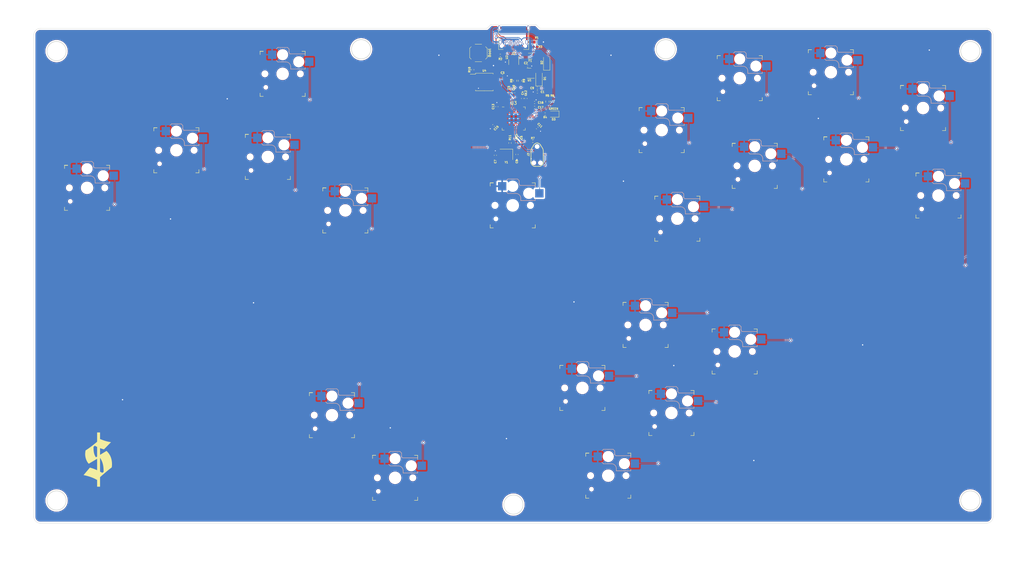
<source format=kicad_pcb>
(kicad_pcb (version 20221018) (generator pcbnew)
  (layers (0 "F.Cu" signal) (31 "B.Cu" signal) (34 "B.Paste" user) (35 "F.Paste" user) (36 "B.SilkS" user "B.Silkscreen") (37 "F.SilkS" user "F.Silkscreen") (38 "B.Mask" user) (39 "F.Mask" user) (44 "Edge.Cuts" user))
  (net 0 "")
  (net 1 "GND")
  (net 2 "+3V3")
  (net 3 "+5V")
  (net 4 "+1V1")
  (net 5 "XTAL_IN")
  (net 6 "/XTAL_O")
  (net 7 "Net-(D1-A)")
  (net 8 "3vCable")
  (net 9 "Net-(D3-A)")
  (net 10 "Net-(F1-Pad1)")
  (net 12 "Net-(J1-CC1)")
  (net 13 "DBUS+")
  (net 14 "DBUS-")
  (net 17 "DATA")
  (net 19 "Net-(J1-CC2)")
  (net 22 "Net-(J1-SHIELD)")
  (net 23 "SWD")
  (net 24 "~{RESET}")
  (net 25 "SWCLK")
  (net 27 "PICO_LED")
  (net 28 "VBUS_SENSE")
  (net 29 "D+")
  (net 30 "/D_+")
  (net 31 "D-")
  (net 32 "/D_-")
  (net 33 "/~{USB_BOOT}")
  (net 34 "CS")
  (net 35 "XTAL_OUT")
  (net 36 "START")
  (net 37 "RIGHT")
  (net 38 "DOWN")
  (net 39 "LEFT")
  (net 40 "L")
  (net 41 "M1")
  (net 42 "M2")
  (net 47 "C_UP")
  (net 48 "C_LT")
  (net 49 "A")
  (net 50 "C_DN")
  (net 51 "C_RT")
  (net 52 "UP")
  (net 53 "MS")
  (net 54 "Z")
  (net 55 "LS")
  (net 56 "X")
  (net 57 "Y")
  (net 59 "B")
  (net 60 "R")
  (net 62 "SD3")
  (net 63 "QSPI_CLK")
  (net 64 "SD0")
  (net 65 "SD2")
  (net 66 "SD1")
  (net 67 "W")
  (footprint "MicroGRAM:Kailh_socket_PG1350" (layer "F.Cu") (at 133.655 39.06 180)
    (fp_text reference "MX4" hide)
    (fp_text value "MX_SW_solder" hide)
  )
  (footprint "Resistor_SMD:R_0603_1608Metric" (layer "F.Cu") (at 217.405999 47.670484 90)
    (fp_text reference "R6")
    (fp_text value "10k")
  )
  (footprint "Resistor_SMD:R_0402_1005Metric" (layer "F.Cu") (at 215.165999 51.575484)
    (fp_text reference "R4")
    (fp_text value "470")
  )
  (footprint "MicroGRAM:Kailh_socket_PG1350" (layer "F.Cu") (at 303.9 38.56 180)
    (fp_text reference "MX15" hide)
    (fp_text value "MX_SW_solder" hide)
  )
  (footprint "MicroGRAM:Kailh_socket_PG1350" (layer "F.Cu") (at 251.36 56.56 180)
    (fp_text reference "MX12" hide)
    (fp_text value "MX_SW_solder" hide)
  )
  (footprint "Package_TO_SOT_SMD:SOT-23" (layer "F.Cu") (at 210.188499 38.885484 180)
    (fp_text reference "U1")
    (fp_text value "XC6206")
  )
  (footprint "MicroGRAM:Kailh_socket_PG1350" (layer "F.Cu") (at 205.1 79.94 180)
    (fp_text reference "MX2" hide)
    (fp_text value "MX_SW_solder" hide)
  )
  (footprint "MicroGRAM:Kailh_socket_PG1350" (layer "F.Cu") (at 226.74 136.68 180)
    (fp_text reference "MX33" hide)
    (fp_text value "MX_SW_solder" hide)
  )
  (footprint "Capacitor_SMD:C_0402_1005Metric" (layer "F.Cu") (at 203.891999 44.927734 90)
    (fp_text reference "C5")
    (fp_text value "100nF")
  )
  (footprint "MicroGRAM:GRAM_LOGO" (layer "F.Cu") (at 76.25 158.95)
    (fp_text reference "REF**" hide)
    (fp_text value "GRAM_LOGO" hide)
  )
  (footprint "Capacitor_SMD:C_0402_1005Metric" (layer "F.Cu") (at 211.892999 49.499734)
    (fp_text reference "C17")
    (fp_text value "100nF")
  )
  (footprint "MicroGRAM:Kailh_socket_PG1350" (layer "F.Cu") (at 72.93 74.49 180)
    (fp_text reference "MX4" hide)
    (fp_text value "MX_SW_solder" hide)
  )
  (footprint "MicroGRAM:Kailh_socket_PG1350" (layer "F.Cu") (at 148.97 145.15 180)
    (fp_text reference "MX28" hide)
    (fp_text value "MX_SW_solder" hide)
  )
  (footprint "Package_SO:SOIC-8_5.23x5.23mm_P1.27mm" (layer "F.Cu") (at 196.285999 41.615484)
    (fp_text reference "U4")
    (fp_text value "W25Q128JVS")
  )
  (footprint "Capacitor_SMD:C_0402_1005Metric" (layer "F.Cu") (at 205.415999 44.927734 90)
    (fp_text reference "C10")
    (fp_text value "1uF")
  )
  (footprint "MicroGRAM:Kailh_socket_PG1350" (layer "F.Cu") (at 246.36 117.1 180)
    (fp_text reference "MX32" hide)
    (fp_text value "MX_SW_solder" hide)
  )
  (footprint "MicroGRAM:Kailh_socket_PG1350" (layer "F.Cu") (at 234.78 163.95 180)
    (fp_text reference "MX38" hide)
    (fp_text value "MX_SW_solder" hide)
  )
  (footprint "Capacitor_SMD:C_0402_1005Metric" (layer "F.Cu") (at 199.700999 64.374502 -90)
    (fp_text reference "C7")
    (fp_text value "22pF")
  )
  (footprint "Resistor_SMD:R_0603_1608Metric" (layer "F.Cu") (at 207.375999 41.205484 -90)
    (fp_text reference "R9")
    (fp_text value "27")
  )
  (footprint "footprints:TYPE-C_24P_QCHT" (layer "F.Cu") (at 205.414499 26.065484 180)
    (fp_text reference "J1")
    (fp_text value "USB C Connector")
  )
  (footprint "MicroGRAM:Kailh_socket_PG1350" (layer "F.Cu") (at 337.315 76.88 180)
    (fp_text reference "MX26" hide)
    (fp_text value "MX_SW_solder" hide)
  )
  (footprint "MicroGRAM:Kailh_socket_PG1350" (layer "F.Cu") (at 168.58 164.62 180)
    (fp_text reference "MX29" hide)
    (fp_text value "MX_SW_solder" hide)
  )
  (footprint "Capacitor_SMD:C_0402_1005Metric" (layer "F.Cu") (at 211.892999 47.975734)
    (fp_text reference "C16")
    (fp_text value "100nF")
  )
  (footprint "MicroGRAM:Kailh_socket_PG1350" (layer "F.Cu") (at 100.66 62.82 180)
    (fp_text reference "MX5" hide)
    (fp_text value "MX_SW_solder" hide)
  )
  (footprint "Package_TO_SOT_SMD:SOT-23-6" (layer "F.Cu") (at 205.415999 35.415484 -90)
    (fp_text reference "U2")
    (fp_text value "USBLC6-2SC6")
  )
  (footprint "Capacitor_SMD:C_0402_1005Metric" (layer "F.Cu") (at 209.735999 36.645484 180)
    (fp_text reference "C2")
    (fp_text value "1uF")
  )
  (footprint "Capacitor_SMD:C_0402_1005Metric" (layer "F.Cu") (at 201.935999 39.705484)
    (fp_text reference "C3")
    (fp_text value "100nF")
  )
  (footprint "Diode_SMD:D_SOD-123" (layer "F.Cu") (at 215.665999 35.545484 90)
    (fp_text reference "D2")
    (fp_text value "Schottky Diode")
  )
  (footprint "footprints:RP2040-QFN-56" (layer "F.Cu") (at 205.415999 52.960484)
    (fp_text reference "U3")
    (fp_text value "RP2040")
  )
  (footprint "Capacitor_SMD:C_0402_1005Metric" (layer "F.Cu") (at 212.755999 44.690484)
    (fp_text reference "C1")
    (fp_text value "1uF")
  )
  (footprint "Button_Switch_SMD:SW_SPST_SKQG_WithStem" (layer "F.Cu") (at 194.445999 32.565484 -90)
    (fp_text reference "SW1" hide)
    (fp_text value "Boot")
  )
  (footprint "Resistor_SMD:R_0402_1005Metric" (layer "F.Cu") (at 192.685999 37.785484 -90)
    (fp_text reference "R10")
    (fp_text value "1k")
  )
  (footprint "Fuse:Fuse_1206_3216Metric" (layer "F.Cu") (at 210.545999 33.525484)
    (fp_text reference "F1")
    (fp_text value "500 mA")
  )
  (footprint "Resistor_SMD:R_0603_1608Metric" (layer "F.Cu") (at 205.845999 41.205484 -90)
    (fp_text reference "R8")
    (fp_text value "27")
  )
  (footprint "MicroGRAM:Kailh_socket_PG1350" (layer "F.Cu") (at 308.705 65.65 180)
    (fp_text reference "MX23" hide)
    (fp_text value "MX_SW_solder" hide)
  )
  (footprint "MicroGRAM:Kailh_socket_PG1350" (layer "F.Cu") (at 275.6 40.41 180)
    (fp_text reference "MX14" hide)
    (fp_text value "MX_SW_solder" hide)
  )
  (footprint "Capacitor_SMD:C_0402_1005Metric" (layer "F.Cu") (at 206.403749 64.120502 90)
    (fp_text reference "C8")
    (fp_text value "22pF")
  )
  (footprint "marbastlib-various:CON_TC2030_outlined" (layer "F.Cu") (at 212.685999 64.185484 -90)
    (fp_text reference "J2")
    (fp_text value "JTAG_TC2030")
  )
  (footprint "MicroGRAM:Kailh_socket_PG1350" (layer "F.Cu") (at 254.39 144.47 180)
    (fp_text reference "MX36" hide)
    (fp_text value "MX_SW_solder" hide)
  )
  (footprint "Resistor_SMD:R_0402_1005Metric" (layer "F.Cu") (at 204.272999 60.548734 90)
    (fp_text reference "R11")
    (fp_text value "1k")
  )
  (footprint "MicroGRAM:Kailh_socket_PG1350" (layer "F.Cu") (at 332.515 49.69 180)
    (fp_text reference "MX17" hide)
    (fp_text value "MX_SW_solder" hide)
  )
  (footprint "MicroGRAM:Kailh_socket_PG1350" (layer "F.Cu") (at 274.02 125.35 180)
    (fp_text reference "MX39" hide)
    (fp_text value "MX_SW_solder" hide)
  )
  (footprint "Capacitor_SMD:C_0402_1005Metric" (layer "F.Cu") (at 206.304999 60.548734 -90)
    (fp_text reference "C14")
    (fp_text value "100nF")
  )
  (footprint "Resistor_SMD:R_0603_1608Metric" (layer "F.Cu") (at 215.865999 47.670484 -90)
    (fp_text reference "R5")
    (fp_text value "5.6k")
  )
  (footprint "Resistor_SMD:R_0402_1005Metric" (layer "F.Cu") (at 212.095999 30.635484)
    (fp_text reference "R3")
    (fp_text value "5.1k")
  )
  (footprint "MicroGRAM:Kailh_socket_PG1350" (layer "F.Cu") (at 256.225 84.08 180)
    (fp_text reference "MX19" hide)
    (fp_text value "MX_SW_solder" hide)
  )
  (footprint "Capacitor_SMD:C_0402_1005Metric" (layer "F.Cu") (at 209.197749 46.721502 90)
    (fp_text reference "C12")
    (fp_text value "100nF")
  )
  (footprint "MicroGRAM:Kailh_socket_PG1350" (layer "F.Cu") (at 280.255 67.66 180)
    (fp_text reference "MX21" hide)
    (fp_text value "MX_SW_solder" hide)
  )
  (footprint "MicroGRAM:Kailh_socket_PG1350" (layer "F.Cu") (at 129.07 64.88 180)
    (fp_text reference "MX8" hide)
    (fp_text value "MX_SW_solder" hide)
  )
  (footprint "Capacitor_SMD:C_0402_1005Metric" (layer "F.Cu") (at 207.828999 60.548734 -90)
    (fp_text reference "C6")
    (fp_text value "100nF")
  )
  (footprint "Resistor_SMD:R_0402_1005Metric" (layer "F.Cu") (at 211.335999 59.995484 180)
    (fp_text reference "R7")
    (fp_text value "10k")
  )
  (footprint "Capacitor_SMD:C_0402_1005Metric" (layer "F.Cu") (at 212.721999 55.881377 -45)
    (fp_text reference "C11")
    (fp_text value "100nF")
  )
  (footprint "LED_SMD:LED_0805_2012Metric" (layer "F.Cu") (at 217.793499 51.565484 180)
    (fp_text reference "D3")
    (fp_text value "GREEN")
  )
  (footprint "Capacitor_SMD:C_0402_1005Metric" (layer "F.Cu") (at 200.180749 49.261502 90)
    (fp_text reference "C13")
    (fp_text value "100nF")
  )
  (footprint "Crystal:Crystal_SMD_3225-4Pin_3.2x2.5mm" (layer "F.Cu") (at 203.129999 64.104734 180)
    (fp_text reference "Y1")
    (fp_text value "12MHz")
  )
  (footprint "Resistor_SMD:R_0603_1608Metric" (layer "F.Cu") (at 212.58 29.17 180)
    (fp_text reference "R1")
    (fp_text value "1M")
  )
  (footprint "MicroGRAM:Kailh_socket_PG1350" (layer "F.Cu") (at 153.13 81.51 180)
    (fp_text reference "MX10" hide)
    (fp_text value "MX_SW_solder" hide)
  )
  (footprint "Resistor_SMD:R_0402_1005Metric" (layer "F.Cu") (at 201.265999 33.295484 180)
    (fp_text reference "R2")
    (fp_text value "5.1k")
  )
  (footprint "Capacitor_SMD:C_0402_1005Metric" (layer "F.Cu") (at 199.164749 55.103502 -135)
    (fp_text reference "C15")
    (fp_text value "100nF")
  )
  (footprint "Diode_SMD:D_SOD-123" (layer "F.Cu") (at 213.285999 40.475484 90)
    (fp_text reference "D1")
    (fp_text value "Schottky Diode")
  )
  (footprint "Capacitor_SMD:C_0402_1005Metric" (layer "F.Cu") (at 208.181749 46.721502 90)
    (fp_text reference "C4")
    (fp_text value "1uF")
  )
  (footprint "Capacitor_SMD:C_0402_1005Metric" (layer "F.Cu") (at 212.755999 43.490484 180)
    (fp_text reference "C9")
    (fp_text value "10uF")
  )
  (gr_circle (center 347.203563 171.663657) (end 350.203563 171.663657) (stroke (width 0.18)) (fill none) (layer "Edge.Cuts"))
  (gr_circle (center 158.038808 31.419341) (end 161.038808 31.419341) (stroke (width 0.18)) (fill none) (layer "Edge.Cuts"))
  (gr_circle (center 63.45643 31.995606) (end 66.45643 31.995606) (stroke (width 0.18)) (fill none) (layer "Edge.Cuts"))
  (gr_curve (pts (xy 213.530054 24.940042) (xy 213.061404 24.471391) (xy 212.79865 24.208638) (xy 212.33 23.739987)) (stroke (width 0.09)) (layer "Edge.Cuts"))
  (gr_circle (center 252.621185 31.419341) (end 255.621185 31.419341) (stroke (width 0.18)) (fill none) (layer "Edge.Cuts"))
  (gr_line (start 352.25912 24.940042) (end 213.530054 24.940042) (stroke (width 0.09)) (layer "Edge.Cuts"))
  (gr_curve (pts (xy 354.259127 26.940049) (xy 354.259127 25.835475) (xy 353.363694 24.940042) (xy 352.25912 24.940042)) (stroke (width 0.09)) (layer "Edge.Cuts"))
  (gr_circle (center 205.329996 172.941873) (end 208.329996 172.941873) (stroke (width 0.18)) (fill none) (layer "Edge.Cuts"))
  (gr_line (start 197.129938 24.940042) (end 58.400873 24.940042) (stroke (width 0.09)) (layer "Edge.Cuts"))
  (gr_curve (pts (xy 198.329993 23.739987) (xy 197.861342 24.208638) (xy 197.598589 24.471391) (xy 197.129938 24.940042)) (stroke (width 0.09)) (layer "Edge.Cuts"))
  (gr_line (start 58.400851 178.7192) (end 352.25912 178.7192) (stroke (width 0.09)) (layer "Edge.Cuts"))
  (gr_curve (pts (xy 56.400866 176.719214) (xy 56.400866 177.823776) (xy 57.29629 178.7192) (xy 58.400851 178.7192)) (stroke (width 0.09)) (layer "Edge.Cuts"))
  (gr_circle (center 63.45643 171.663657) (end 66.45643 171.663657) (stroke (width 0.18)) (fill none) (layer "Edge.Cuts"))
  (gr_circle (center 347.203563 31.995606) (end 350.203563 31.995606) (stroke (width 0.18)) (fill none) (layer "Edge.Cuts"))
  (gr_line (start 56.400866 26.940049) (end 56.400866 176.719214) (stroke (width 0.09)) (layer "Edge.Cuts"))
  (gr_curve (pts (xy 58.400873 24.940042) (xy 57.296299 24.940042) (xy 56.400866 25.835475) (xy 56.400866 26.940049)) (stroke (width 0.09)) (layer "Edge.Cuts"))
  (gr_line (start 354.259127 176.719192) (end 354.259127 26.940049) (stroke (width 0.09)) (layer "Edge.Cuts"))
  (gr_line (start 212.33 23.739986) (end 198.329993 23.739986) (stroke (width 0.09)) (layer "Edge.Cuts"))
  (gr_curve (pts (xy 352.25912 178.7192) (xy 353.363694 178.7192) (xy 354.259127 177.823766) (xy 354.259127 176.719192)) (stroke (width 0.09)) (layer "Edge.Cuts"))
  (via (at 214.095999 43.540484) (size 0.6) (drill 0.3) (layers "F.Cu" "B.Cu") (net 0))
  (via (at 204.625749 43.800502) (size 0.6) (drill 0.3) (layers "F.Cu" "B.Cu") (net 0))
  (via (at 207.641999 43.308377) (size 0.6) (drill 0.3) (layers "F.Cu" "B.Cu") (net 0))
  (via (at 207.038749 61.961502) (size 0.6) (drill 0.3) (layers "F.Cu" "B.Cu") (net 0))
  (via (at 205.736999 43.308377) (size 0.6) (drill 0.3) (layers "F.Cu" "B.Cu") (net 0))
  (segment (start 212.275999 44.690484) (end 211.495999 44.690484) (width 0.5) (layer "F.Cu") (net 1))
  (segment (start 212.372999 47.975734) (end 212.372999 49.499734) (width 0.381) (layer "F.Cu") (net 1))
  (segment (start 208.164499 29.825484) (end 208.214499 29.775484) (width 0.2) (layer "F.Cu") (net 1))
  (segment (start 202.664499 29.825484) (end 202.614499 29.775484) (width 0.2) (layer "F.Cu") (net 1))
  (segment (start 213.45 29.17) (end 214.65 29.17) (width 0.5) (layer "F.Cu") (net 1))
  (segment (start 192.723499 43.515484) (end 194.448499 43.515484) (width 0.5) (layer "F.Cu") (net 1))
  (segment (start 204.415999 56.397984) (end 204.415999 57.119013) (width 0.2) (layer "F.Cu") (net 1))
  (segment (start 212.275999 43.490484) (end 212.275999 44.690484) (width 0.5) (layer "F.Cu") (net 1))
  (segment (start 213.737999 56.897377) (end 213.06141 56.220788) (width 0.2) (layer "F.Cu") (net 1))
  (segment (start 210.995999 36.645484) (end 211.005999 36.635484) (width 0.5) (layer "F.Cu") (net 1))
  (segment (start 204.107902 57.862825) (end 200.201424 61.769303) (width 0.2) (layer "F.Cu") (net 1))
  (segment (start 209.197749 46.241502) (end 209.197749 45.324502) (width 0.2) (layer "F.Cu") (net 1))
  (segment (start 211.495999 44.690484) (end 211.485999 44.700484) (width 0.5) (layer "F.Cu") (net 1))
  (segment (start 212.050999 65.455484) (end 210.848738 65.455484) (width 0.25) (layer "F.Cu") (net 1))
  (segment (start 202.664499 30.985484) (end 202.664499 29.825484) (width 0.2) (layer "F.Cu") (net 1))
  (segment (start 199.700999 62.977502) (end 199.700999 63.894502) (width 0.381) (layer "F.Cu") (net 1))
  (segment (start 202.415999 39.705484) (end 203.425999 39.705484) (width 0.5) (layer "F.Cu") (net 1))
  (segment (start 202.865999 35.385484) (end 202.835999 35.415484) (width 0.2) (layer "F.Cu") (net 1))
  (segment (start 198.825338 55.442913) (end 198.148749 56.119502) (width 0.381) (layer "F.Cu") (net 1))
  (segment (start 213.405 29.17) (end 213.45 29.17) (width 0.5) (layer "F.Cu") (net 1))
  (segment (start 204.799368 35.385484) (end 202.865999 35.385484) (width 0.2) (layer "F.Cu") (net 1))
  (segment (start 210.215999 36.645484) (end 210.995999 36.645484) (width 0.5) (layer "F.Cu") (net 1))
  (segment (start 212.372749 47.135484) (end 212.372749 47.975484) (width 0.381) (layer "F.Cu") (net 1))
  (segment (start 203.891999 44.447734) (end 205.415999 44.447734) (width 0.5) (layer "F.Cu") (net 1))
  (segment (start 208.164499 30.985484) (end 208.164499 29.825484) (width 0.2) (layer "F.Cu") (net 1))
  (segment (start 203.983021 64.954734) (end 202.283021 63.254734) (width 0.254) (layer "F.Cu") (net 1))
  (segment (start 206.403749 64.600502) (end 206.403749 65.644502) (width 0.381) (layer "F.Cu") (net 1))
  (segment (start 200.180749 48.781502) (end 200.180749 47.991502) (width 0.381) (layer "F.Cu") (net 1))
  (segment (start 205.415999 34.277984) (end 205.415999 34.768853) (width 0.2) (layer "F.Cu") (net 1))
  (segment (start 206.403749 64.600502) (end 204.584231 64.600502) (width 0.381) (layer "F.Cu") (net 1))
  (via (at 224.13 109.95) (size 0.8) (drill 0.4) (layers "F.Cu" "B.Cu") (net 1))
  (via (at 214.65 29.17) (size 0.8) (drill 0.4) (layers "F.Cu" "B.Cu") (net 1))
  (via (at 116.46 46.82) (size 0.8) (drill 0.4) (layers "F.Cu" "B.Cu") (net 1))
  (via (at 334.47 31.68) (size 0.8) (drill 0.4) (layers "F.Cu" "B.Cu") (net 1))
  (via (at 239.49 72.42) (size 0.8) (drill 0.4) (layers "F.Cu" "B.Cu") (net 1))
  (via (at 255.12 129.72) (size 0.8) (drill 0.4) (layers "F.Cu" "B.Cu") (net 1))
  (via (at 203.435999 39.695484) (size 0.6) (drill 0.3) (layers "F.Cu" "B.Cu") (net 1))
  (via (at 198.148749 56.119502) (size 0.6) (drill 0.3) (layers "F.Cu" "B.Cu") (net 1))
  (via (at 206.403749 65.644502) (size 0.6) (drill 0.3) (layers "F.Cu" "B.Cu") (net 1))
  (via (at 194.463499 43.530484) (size 0.6) (drill 0.3) (layers "F.Cu" "B.Cu") (net 1))
  (via (at 202.835999 35.415484) (size 0.6) (drill 0.3) (layers "F.Cu" "B.Cu") (net 1))
  (via (at 199.13 36.5) (size 0.8) (drill 0.4) (layers "F.Cu" "B.Cu") (net 1))
  (via (at 210.848738 65.455484) (size 0.6) (drill 0.3) (layers "F.Cu" "B.Cu") (net 1))
  (via (at 124.62 110.22) (size 0.8) (drill 0.4) (layers "F.Cu" "B.Cu") (net 1))
  (via (at 211.005999 36.635484) (size 0.6) (drill 0.3) (layers "F.Cu" "B.Cu") (net 1))
  (via (at 182.18 33.28) (size 0.8) (drill 0.4) (layers "F.Cu" "B.Cu") (net 1))
  (via (at 200.180749 47.991502) (size 0.6) (drill 0.3) (layers "F.Cu" "B.Cu") (net 1))
  (via (at 313.76 123.31) (size 0.8) (drill 0.4) (layers "F.Cu" "B.Cu") (net 1))
  (via (at 98.84 84.17) (size 0.8) (drill 0.4) (layers "F.Cu" "B.Cu") (net 1))
  (via (at 83.94 140.34) (size 0.8) (drill 0.4) (layers "F.Cu" "B.Cu") (net 1))
  (via (at 235.62 33.28) (size 0.8) (drill 0.4) (layers "F.Cu" "B.Cu") (net 1))
  (via (at 213.737999 56.897377) (size 0.6) (drill 0.3) (layers "F.Cu" "B.Cu") (net 1))
  (via (at 209.197749 45.324502) (size 0.6) (drill 0.3) (layers "F.Cu" "B.Cu") (net 1))
  (via (at 300.01 52.91) (size 0.8) (drill 0.4) (layers "F.Cu" "B.Cu") (net 1))
  (via (at 279.97 159.24) (size 0.8) (drill 0.4) (layers "F.Cu" "B.Cu") (net 1))
  (via (at 212.372749 47.135484) (size 0.6) (drill 0.3) (layers "F.Cu" "B.Cu") (net 1))
  (via (at 211.485999 44.700484) (size 0.6) (drill 0.3) (layers "F.Cu" "B.Cu") (net 1))
  (via (at 203.16 152.43) (size 0.8) (drill 0.4) (layers "F.Cu" "B.Cu") (net 1))
  (via (at 199.700999 62.977502) (size 0.6) (drill 0.3) (layers "F.Cu" "B.Cu") (net 1))
  (via (at 167.09 149.09) (size 0.8) (drill 0.4) (layers "F.Cu" "B.Cu") (net 1))
  (arc (start 199.700999 62.977502) (mid 199.831055 62.3236) (end 200.201424 61.769303) (width 0.2) (layer "F.Cu") (net 1))
  (arc (start 204.415999 57.119013) (mid 204.335927 57.521561) (end 204.107902 57.862825) (width 0.2) (layer "F.Cu") (net 1))
  (arc (start 204.799368 35.385484) (mid 205.235392 35.204877) (end 205.415999 34.768853) (width 0.2) (layer "F.Cu") (net 1))
  (segment (start 206.690999 51.685484) (end 204.140999 51.685484) (width 0.635) (layer "B.Cu") (net 1))
  (segment (start 204.140999 54.235484) (end 204.440999 53.935484) (width 0.635) (layer "B.Cu") (net 1))
  (segment (start 204.140999 54.235484) (end 204.140999 51.685484) (width 0.635) (layer "B.Cu") (net 1))
  (segment (start 204.440999 53.935484) (end 206.390999 53.935484) (width 0.635) (layer "B.Cu") (net 1))
  (segment (start 206.690999 52.960484) (end 204.140999 52.960484) (width 0.635) (layer "B.Cu") (net 1))
  (segment (start 206.690999 54.235484) (end 206.690999 51.685484) (width 0.635) (layer "B.Cu") (net 1))
  (segment (start 205.415999 51.685484) (end 205.415999 54.235484) (width 0.635) (layer "B.Cu") (net 1))
  (segment (start 206.390999 53.935484) (end 206.690999 54.235484) (width 0.635) (layer "B.Cu") (net 1))
  (segment (start 200.506838 50.067591) (end 200.180749 49.741502) (width 0.2) (layer "F.Cu") (net 2))
  (segment (start 200.136267 54.159984) (end 199.545749 54.750502) (width 0.381) (layer "F.Cu") (net 2))
  (segment (start 211.618534 46.542056) (end 213.235999 44.924591) (width 0.5) (layer "F.Cu") (net 2))
  (segment (start 201.455999 40.735484) (end 201.455999 39.705484) (width 0.5) (layer "F.Cu") (net 2))
  (segment (start 205.768749 59.167502) (end 206.304999 59.703752) (width 0.5) (layer "F.Cu") (net 2))
  (segment (start 206.015999 49.522984) (end 206.015999 50.116734) (width 0.2) (layer "F.Cu") (net 2))
  (segment (start 205.768749 59.167502) (end 205.615999 59.014752) (width 0.2) (layer "F.Cu") (net 2))
  (segment (start 206.015999 49.522984) (end 206.015999 48.995419) (width 0.2) (layer "F.Cu") (net 2))
  (segment (start 205.615999 59.014752) (end 205.615999 56.397984) (width 0.2) (layer "F.Cu") (net 2))
  (segment (start 201.455999 39.705484) (end 199.910999 39.705484) (width 0.5) (layer "F.Cu") (net 2))
  (segment (start 205.641749 46.340502) (end 205.794149 46.492902) (width 0.2) (layer "F.Cu") (net 2))
  (segment (start 207.615999 49.522984) (end 208.015999 49.122984) (width 0.2) (layer "F.Cu") (net 2))
  (segment (start 205.615999 56.397984) (end 205.615999 55.668734) (width 0.2) (layer "F.Cu") (net 2))
  (segment (start 207.615999 50.048734) (end 207.615999 49.522984) (width 0.2) (layer "F.Cu") (net 2))
  (segment (start 214.530346 41.047745) (end 213.452607 42.125484) (width 0.5) (layer "F.Cu") (net 2))
  (segment (start 210.550142 50.067591) (end 211.117999 49.499734) (width 0.2) (layer "F.Cu") (net 2))
  (segment (start 205.641749 46.340502) (end 205.641749 45.928484) (width 0.2) (layer "F.Cu") (net 2))
  (segment (start 205.615999 48.957419) (end 205.615999 49.522984) (width 0.2) (layer "F.Cu") (net 2))
  (segment (start 211.412999 47.975734) (end 211.412999 49.499734) (width 0.381) (layer "F.Cu") (net 2))
  (segment (start 208.853499 53.960484) (end 210.441887 53.960484) (width 0.2) (layer "F.Cu") (net 2))
  (segment (start 211.117999 49.499734) (end 211.412999 49.499734) (width 0.381) (layer "F.Cu") (net 2))
  (segment (start 213.452607 42.125484) (end 213.285999 42.125484) (width 0.5) (layer "F.Cu") (net 2))
  (segment (start 206.304999 59.703752) (end 206.304999 60.068734) (width 0.5) (layer "F.Cu") (net 2))
  (segment (start 205.796999 48.610734) (end 205.733156 48.674577) (width 0.2) (layer "F.Cu") (net 2))
  (segment (start 213.285999 44.640484) (end 213.235999 44.690484) (width 0.5) (layer "F.Cu") (net 2))
  (segment (start 211.055124 54.214502) (end 212.382588 55.541966) (width 0.381) (layer "F.Cu") (net 2))
  (segment (start 208.853499 53.960484) (end 207.980999 53.960484) (width 0.2) (layer "F.Cu") (net 2))
  (segment (start 213.235999 44.924591) (end 213.235999 44.690484) (width 0.5) (layer "F.Cu") (net 2))
  (segment (start 211.248738 62.935484) (end 212.030999 62.935484) (width 0.5) (layer "F.Cu") (net 2))
  (segment (start 201.978499 53.960484) (end 202.733249 53.960484) (width 0.2) (layer "F.Cu") (net 2))
  (segment (start 208.015999 49.522984) (end 208.015999 48.797466) (width 0.2) (layer "F.Cu") (net 2))
  (segment (start 201.978499 53.960484) (end 200.617756 53.960484) (width 0.2) (layer "F.Cu") (net 2))
  (segment (start 213.285999 42.125484) (end 213.285999 44.640484) (width 0.5) (layer "F.Cu") (net 2))
  (segment (start 201.978499 50.360484) (end 203.145767 50.360484) (width 0.2) (layer "F.Cu") (net 2))
  (segment (start 205.898841 48.712576) (end 205.796999 48.610734) (width 0.2) (layer "F.Cu") (net 2))
  (segment (start 209.197749 47.201502) (end 210.02649 47.201502) (width 0.5) (layer "F.Cu") (net 2))
  (segment (start 208.853499 50.360484) (end 209.843035 50.360484) (width 0.2) (layer "F.Cu") (net 2))
  (segment (start 201.978499 50.360484) (end 201.213945 50.360484) (width 0.2) (layer "F.Cu") (net 2))
  (segment (start 205.641749 45.928484) (end 205.415999 45.702734) (width 0.2) (layer "F.Cu") (net 2))
  (segment (start 208.853499 50.360484) (end 207.984249 50.360484) (width 0.2) (layer "F.Cu") (net 2))
  (segment (start 207.984249 50.360484) (end 207.955999 50.388734) (width 0.2) (layer "F.Cu") (net 2))
  (segment (start 205.794149 48.607884) (end 205.796999 48.610734) (width 0.2) (layer "F.Cu") (net 2))
  (segment (start 205.615999 49.522984) (end 205.615999 50.378752) (width 0.2) (layer "F.Cu") (net 2))
  (segment (start 205.615999 50.378752) (end 205.641749 50.404502) (width 0.2) (layer "F.Cu") (net 2))
  (segment (start 205.794149 46.492902) (end 205.794149 48.607884) (width 0.2) (layer "F.Cu") (net 2))
  (segment (start 208.015999 50.321734) (end 208.082999 50.388734) (width 0.2) (layer "F.Cu") (net 2))
  (segment (start 202.733249 53.960484) (end 202.748999 53.944734) (width 0.2) (layer "F.Cu") (net 2))
  (segment (start 203.145767 50.360484) (end 203.228749 50.277502) (width 0.2) (layer "F.Cu") (net 2))
  (segment (start 207.955999 50.388734) (end 207.615999 50.048734) (width 0.2) (layer "F.Cu") (net 2))
  (segment (start 215.665999 37.195484) (end 215.665999 38.096169) (width 0.5) (layer "F.Cu") (net 2))
  (segment (start 208.308892 48.090359) (end 209.197749 47.201502) (width 0.2) (layer "F.Cu") (net 2))
  (segment (start 211.595999 61.817017) (end 211.595999 60.598946) (width 0.5) (layer "F.Cu") (net 2))
  (segment (start 208.015999 49.522984) (end 208.015999 50.321734) (width 0.2) (layer "F.Cu") (net 2))
  (via (at 201.455999 40.735484) (size 0.6) (drill 0.3) (layers "F.Cu" "B.Cu") (net 2))
  (via (at 205.641749 46.340502) (size 0.6) (drill 0.3) (layers "F.Cu" "B.Cu") (net 2))
  (via (at 205.768749 59.167502) (size 0.6) (drill 0.3) (layers "F.Cu" "B.Cu") (net 2))
  (via (at 211.248738 62.935484) (size 0.6) (drill 0.3) (layers "F.Cu" "B.Cu") (net 2))
  (arc (start 209.843035 50.360484) (mid 210.225718 50.284364) (end 210.550142 50.067591) (width 0.2) (layer "F.Cu") (net 2))
  (arc (start 211.845999 59.995484) (mid 211.660956 60.272389) (end 211.595999 60.598946) (width 0.5) (layer "F.Cu") (net 2))
  (arc (start 206.015999 48.995419) (mid 205.985551 48.842345) (end 205.898841 48.712576) (width 0.2) (layer "F.Cu") (net 2))
  (arc (start 211.595999 61.817017) (mid 211.71425 62.411503) (end 212.050999 62.915484) (width 0.5) (layer "F.Cu") (net 2))
  (arc (start 200.136267 54.159984) (mid 200.357233 54.012304) (end 200.617756 53.960484) (width 0.2) (layer "F.Cu") (net 2))
  (arc (start 211.618534 46.542056) (mid 210.888098 47.030118) (end 210.02649 47.201502) (width 0.5) (layer "F.Cu") (net 2))
  (arc (start 205.615999 48.957419) (mid 205.646447 48.804346) (end 205.733156 48.674577) (width 0.2) (layer "F.Cu") (net 2))
  (arc (start 215.665999 38.096169) (mid 215.371693 39.676908) (end 214.530346 41.047745) (width 0.5) (layer "F.Cu") (net 2))
  (arc (start 208.308892 48.090359) (mid 208.092119 48.414782) (end 208.015999 48.797466) (width 0.2) (layer "F.Cu") (net 2))
  (arc (start 200.506838 50.067591) (mid 200.831261 50.284364) (end 201.213945 50.360484) (width 0.2) (layer "F.Cu") (net 2))
  (arc (start 211.055124 54.214502) (mid 210.773761 54.026497) (end 210.441887 53.960484) (width 0.2) (layer "F.Cu") (net 2))
  (segment (start 205.768749 59.167502) (end 209.243838 62.642591) (width 0.5) (layer "B.Cu") (net 2))
  (segment (start 209.950945 62.935484) (end 211.248738 62.935484) (width 0.5) (layer "B.Cu") (net 2))
  (segment (start 202.459569 43.158322) (end 205.641749 46.340502) (width 0.5) (layer "B.Cu") (net 2))
  (arc (start 201.455999 40.735484) (mid 201.716818 42.046716) (end 202.459569 43.158322) (width 0.5) (layer "B.Cu") (net 2))
  (arc (start 209.243838 62.642591) (mid 209.568261 62.859364) (end 209.950945 62.935484) (width 0.5) (layer "B.Cu") (net 2))
  (segment (start 216.638791 44.282692) (end 216.393207 44.528276) (width 0.5) (layer "F.Cu") (net 3))
  (segment (start 210.575999 35.395484) (end 216.165999 35.395484) (width 0.5) (layer "F.Cu") (net 3))
  (segment (start 205.901684 35.385484) (end 210.240999 35.385484) (width 0.2) (layer "F.Cu") (net 3))
  (segment (start 215.865999 45.801068) (end 215.865999 46.845484) (width 0.5) (layer "F.Cu") (net 3))
  (segment (start 210.945999 35.395484) (end 210.575999 35.395484) (width 0.5) (layer "F.Cu") (net 3))
  (segment (start 211.945999 33.525484) (end 211.945999 34.395484) (width 0.5) (layer "F.Cu") (net 3))
  (segment (start 210.240999 35.385484) (end 210.250999 35.395484) (width 0.2) (layer "F.Cu") (net 3))
  (segment (start 217.165999 36.395484) (end 217.165999 43.0099) (width 0.5) (layer "F.Cu") (net 3))
  (segment (start 205.415999 35.992308) (end 205.415999 36.085484) (width 0.2) (layer "F.Cu") (net 3))
  (segment (start 210.575999 35.395484) (end 210.250999 35.395484) (width 0.5) (layer "F.Cu") (net 3))
  (segment (start 209.250999 36.395484) (end 209.250999 38.885484) (width 0.5) (layer "F.Cu") (net 3))
  (arc (start 211.945999 34.395484) (mid 211.653106 35.102591) (end 210.945999 35.395484) (width 0.5) (layer "F.Cu") (net 3))
  (arc (start 205.618842 35.502641) (mid 205.468708 35.727318) (end 205.415999 35.992308) (width 0.2) (layer "F.Cu") (net 3))
  (arc (start 216.165999 35.395484) (mid 216.873106 35.688377) (end 217.165999 36.395484) (width 0.5) (layer "F.Cu") (net 3))
  (arc (start 216.393207 44.528276) (mid 216.003016 45.112238) (end 215.865999 45.801068) (width 0.5) (layer "F.Cu") (net 3))
  (arc (start 205.901684 35.385484) (mid 205.748611 35.415932) (end 205.618842 35.502641) (width 0.2) (layer "F.Cu") (net 3))
  (arc (start 209.250999 36.395484) (mid 209.543892 35.688377) (end 210.250999 35.395484) (width 0.5) (layer "F.Cu") (net 3))
  (arc (start 216.638791 44.282692) (mid 217.028982 43.69873) (end 217.165999 43.0099) (width 0.5) (layer "F.Cu") (net 3))
  (segment (start 207.215999 49.522984) (end 207.215999 48.891771) (width 0.2) (layer "F.Cu") (net 4))
  (segment (start 204.780999 46.832734) (end 204.923106 46.974841) (width 0.2) (layer "F.Cu") (net 4))
  (segment (start 208.677517 60.068734) (end 207.828999 60.068734) (width 0.5) (layer "F.Cu") (net 4))
  (segment (start 206.015999 56.397984) (end 206.015999 57.54652) (width 0.2) (layer "F.Cu") (net 4))
  (segment (start 207.828999 60.022262) (end 207.828999 60.068734) (width 0.2) (layer "F.Cu") (net 4))
  (segment (start 204.780999 46.832734) (end 204.062383 46.114118) (width 0.381) (layer "F.Cu") (net 4))
  (segment (start 207.215999 49.522984) (end 207.215999 50.366734) (width 0.2) (layer "F.Cu") (net 4))
  (segment (start 205.215999 47.681948) (end 205.215999 49.522984) (width 0.2) (layer "F.Cu") (net 4))
  (segment (start 207.215999 50.366734) (end 207.066999 50.515734) (width 0.2) (layer "F.Cu") (net 4))
  (segment (start 206.308892 58.253627) (end 207.653241 59.597976) (width 0.2) (layer "F.Cu") (net 4))
  (segment (start 208.689749 60.056502) (end 208.677517 60.068734) (width 0.5) (layer "F.Cu") (net 4))
  (segment (start 207.728312 47.654939) (end 208.181749 47.201502) (width 0.2) (layer "F.Cu") (net 4))
  (via (at 208.689749 60.056502) (size 0.6) (drill 0.3) (layers "F.Cu" "B.Cu") (net 4))
  (via (at 206.149749 50.822734) (size 0.6) (drill 0.35) (layers "F.Cu" "B.Cu") (net 4))
  (via (at 206.022749 55.059984) (size 0.6) (drill 0.35) (layers "F.Cu" "B.Cu") (net 4))
  (via (at 204.780999 46.832734) (size 0.6) (drill 0.3) (layers "F.Cu" "B.Cu") (net 4))
  (arc (start 204.062383 46.114118) (mid 203.936281 45.925392) (end 203.891999 45.702734) (width 0.381) (layer "F.Cu") (net 4))
  (arc (start 204.923106 46.974841) (mid 205.139879 47.299264) (end 205.215999 47.681948) (width 0.2) (layer "F.Cu") (net 4))
  (arc (start 207.728312 47.654939) (mid 207.349145 48.222402) (end 207.215999 48.891771) (width 0.2) (layer "F.Cu") (net 4))
  (arc (start 206.308892 58.253627) (mid 206.092119 57.929204) (end 206.015999 57.54652) (width 0.2) (layer "F.Cu") (net 4))
  (arc (start 207.653241 59.597976) (mid 207.783317 59.792645) (end 207.828999 60.022262) (width 0.2) (layer "F.Cu") (net 4))
  (segment (start 206.022749 55.059984) (end 206.022749 57.69327) (width 0.381) (layer "B.Cu") (net 4))
  (segment (start 206.149749 50.822734) (end 205.073892 49.746877) (width 0.381) (layer "B.Cu") (net 4))
  (segment (start 204.780999 49.03977) (end 204.780999 46.832734) (width 0.381) (layer "B.Cu") (net 4))
  (segment (start 206.315642 58.400377) (end 207.678874 59.763609) (width 0.381) (layer "B.Cu") (net 4))
  (segment (start 208.385981 60.056502) (end 208.689749 60.056502) (width 0.381) (layer "B.Cu") (net 4))
  (arc (start 207.678874 59.763609) (mid 208.003297 59.980382) (end 208.385981 60.056502) (width 0.381) (layer "B.Cu") (net 4))
  (arc (start 206.315642 58.400377) (mid 206.098869 58.075954) (end 206.022749 57.69327) (width 0.381) (layer "B.Cu") (net 4))
  (arc (start 205.073892 49.746877) (mid 204.857119 49.422454) (end 204.780999 49.03977) (width 0.381) (layer "B.Cu") (net 4))
  (segment (start 200.716999 62.522351) (end 200.716999 62.994982) (width 0.2) (layer "F.Cu") (net 5))
  (segment (start 199.700999 64.854502) (end 201.929767 64.854502) (width 0.2) (layer "F.Cu") (net 5))
  (segment (start 204.815999 56.397984) (end 204.815999 57.303303) (width 0.2) (layer "F.Cu") (net 5))
  (segment (start 201.232304 64.239039) (end 201.947999 64.954734) (width 0.2) (layer "F.Cu") (net 5))
  (segment (start 204.521538 58.014195) (end 201.214532 61.321201) (width 0.2) (layer "F.Cu") (net 5))
  (arc (start 200.716999 62.522351) (mid 200.846304 61.872293) (end 201.214532 61.321201) (width 0.2) (layer "F.Cu") (net 5))
  (arc (start 200.716999 62.994982) (mid 200.850922 63.668261) (end 201.232304 64.239039) (width 0.2) (layer "F.Cu") (net 5))
  (arc (start 204.815999 57.303303) (mid 204.739471 57.688035) (end 204.521538 58.014195) (width 0.2) (layer "F.Cu") (net 5))
  (segment (start 206.403749 63.640502) (end 204.615767 63.640502) (width 0.2) (layer "F.Cu") (net 6))
  (segment (start 204.272999 63.211734) (end 204.272999 61.058734) (width 0.2) (layer "F.Cu") (net 6))
  (segment (start 213.254231 38.676047) (end 213.254231 38.793716) (width 0.5) (layer "F.Cu") (net 7))
  (segment (start 211.125999 37.935484) (end 212.285999 37.935484) (width 0.5) (layer "F.Cu") (net 7))
  (segment (start 213.254231 38.793716) (end 213.285999 38.825484) (width 0.5) (layer "F.Cu") (net 7))
  (arc (start 212.285999 37.935484) (mid 212.89476 38.142131) (end 213.254231 38.676047) (width 0.5) (layer "F.Cu") (net 7))
  (segment (start 203.014499 29.075484) (end 202.238813 28.299798) (width 0.2) (layer "F.Cu") (net 8))
  (segment (start 200.961684 27.831169) (end 199.835999 26.705484) (width 0.2) (layer "F.Cu") (net 8))
  (segment (start 216.18525 32.180749) (end 216.18525 32.641972) (width 0.2) (layer "F.Cu") (net 8))
  (segment (start 207.664499 30.985484) (end 207.664499 31.603348) (width 0.2) (layer "F.Cu") (net 8))
  (segment (start 214.65656 32.886045) (end 215.665999 33.895484) (width 0.2) (layer "F.Cu") (net 8))
  (segment (start 201.673128 28.065484) (end 201.52737 28.065484) (width 0.2) (layer "F.Cu") (net 8))
  (segment (start 208.131684 32.165484) (end 212.916972 32.165484) (width 0.2) (layer "F.Cu") (net 8))
  (via (at 216.18525 32.180749) (size 0.8) (drill 0.4) (layers "F.Cu" "B.Cu") (net 8))
  (via (at 199.835999 26.705484) (size 0.8) (drill 0.4) (layers "F.Cu" "B.Cu") (net 8))
  (arc (start 208.131684 32.165484) (mid 207.978611 32.135036) (end 207.848842 32.048327) (width 0.2) (layer "F.Cu") (net 8))
  (arc (start 207.664499 31.603348) (mid 207.712397 31.844145) (end 207.848842 32.048327) (width 0.2) (layer "F.Cu") (net 8))
  (arc (start 215.665999 33.895484) (mid 216.050313 33.320341) (end 216.18525 32.641972) (width 0.2) (layer "F.Cu") (net 8))
  (arc (start 202.238813 28.299798) (mid 201.979274 28.12638) (end 201.673128 28.065484) (width 0.2) (layer "F.Cu") (net 8))
  (arc (start 212.916972 32.165484) (mid 213.85843 32.352752) (end 214.65656 32.886045) (width 0.2) (layer "F.Cu") (net 8))
  (arc (start 201.52737 28.065484) (mid 201.221223 28.004587) (end 200.961684 27.831169) (width 0.2) (layer "F.Cu") (net 8))
  (segment (start 199.835999 26.705484) (end 210.42 26.705484) (width 0.2) (layer "B.Cu") (net 8))
  (segment (start 214.266447 30.636447) (end 215.545947 31.915947) (width 0.2) (layer "B.Cu") (net 8))
  (segment (start 213.127107 30.49) (end 213.912893 30.49) (width 0.2) (layer "B.Cu") (net 8))
  (segment (start 212.566447 30.136447) (end 212.773554 30.343554) (width 0.2) (layer "B.Cu") (net 8))
  (segment (start 212.42 28.705484) (end 212.42 29.782893) (width 0.2) (layer "B.Cu") (net 8))
  (arc (start 212.42 29.782893) (mid 212.45806 29.974235) (end 212.566447 30.136447) (width 0.2) (layer "B.Cu") (net 8))
  (arc (start 213.912893 30.49) (mid 214.104235 30.52806) (end 214.266447 30.636447) (width 0.2) (layer "B.Cu") (net 8))
  (arc (start 212.773554 30.343554) (mid 212.935766 30.45194) (end 213.127107 30.49) (width 0.2) (layer "B.Cu") (net 8))
  (arc (start 212.42 28.705484) (mid 211.834214 27.29127) (end 210.42 26.705484) (width 0.2) (layer "B.Cu") (net 8))
  (arc (start 215.545947 31.915947) (mid 215.839256 32.11193) (end 216.18525 32.180749) (width 0.2) (layer "B.Cu") (net 8))
  (segment (start 215.675999 51.575484) (end 216.845999 51.575484) (width 0.2) (layer "F.Cu") (net 9))
  (segment (start 216.845999 51.575484) (end 216.855999 51.565484) (width 0.2) (layer "F.Cu") (net 9))
  (segment (start 204.164499 30.985484) (end 204.164499 29.825484) (width 0.25) (layer "F.Cu") (net 10))
  (segment (start 206.664499 30.985484) (end 206.664499 31.239625) (width 0.2) (layer "F.Cu") (net 10))
  (segment (start 207.355999 32.775484) (end 207.793106 33.212591) (width 0.2) (layer "F.Cu") (net 10))
  (segment (start 204.164499 29.825484) (end 204.214499 29.775484) (width 0.25) (layer "F.Cu") (net 10))
  (segment (start 204.164499 30.985484) (end 204.164499 31.541207) (width 0.2) (layer "F.Cu") (net 10))
  (segment (start 206.664499 29.825484) (end 206.614499 29.775484) (width 0.25) (layer "F.Cu") (net 10))
  (segment (start 208.500213 33.505484) (end 209.385999 33.505484) (width 0.2) (layer "F.Cu") (net 10))
  (segment (start 206.664499 30.985484) (end 206.664499 29.825484) (width 0.25) (layer "F.Cu") (net 10))
  (segment (start 207.261551 32.681036) (end 207.355999 32.775484) (width 0.2) (layer "F.Cu") (net 10))
  (segment (start 203.757363 32.52412) (end 203.505999 32.775484) (width 0.2) (layer "F.Cu") (net 10))
  (via (at 203.505999 32.775484) (size 0.6) (drill 0.3) (layers "F.Cu" "B.Cu") (net 10))
  (via (at 207.355999 32.775484) (size 0.6) (drill 0.3) (layers "F.Cu" "B.Cu") (net 10))
  (arc (start 203.757363 32.52412) (mid 204.058688 32.073156) (end 204.164499 31.541207) (width 0.2) (layer "F.Cu") (net 10))
  (arc (start 207.261551 32.681036) (mid 206.819668 32.019711) (end 206.664499 31.239625) (width 0.2) (layer "F.Cu") (net 10))
  (arc (start 208.500213 33.505484) (mid 208.11753 33.429364) (end 207.793106 33.212591) (width 0.2) (layer "F.Cu") (net 10))
  (segment (start 203.505999 32.775484) (end 207.355999 32.775484) (width 0.2) (layer "B.Cu") (net 10))
  (segment (start 206.269767 31.695185) (end 206.223077 31.648495) (width 0.2) (layer "F.Cu") (net 12))
  (segment (start 207.435999 33.885484) (end 206.679067 33.128552) (width 0.2) (layer "F.Cu") (net 12))
  (segment (start 206.386174 32.421445) (end 206.386174 32.277274) (width 0.2) (layer "F.Cu") (net 12))
  (segment (start 206.164499 31.507074) (end 206.164499 30.985484) (width 0.2) (layer "F.Cu") (net 12))
  (segment (start 211.585999 30.635484) (end 211.585999 31.565984) (width 0.2) (layer "F.Cu") (net 12))
  (segment (start 206.321156 31.783445) (end 206.32153 31.78484) (width 0.2) (layer "F.Cu") (net 12))
  (via (at 211.585999 31.565984) (size 0.6) (drill 0.3) (layers "F.Cu" "B.Cu") (net 12))
  (via (at 207.445999 33.875484) (size 0.6) (drill 0.3) (layers "F.Cu" "B.Cu") (net 12))
  (arc (start 206.32153 31.78484) (mid 206.30155 31.736605) (end 206.269767 31.695185) (width 0.2) (layer "F.Cu") (net 12))
  (arc (start 206.321156 31.783445) (mid 206.36985 32.028229) (end 206.386174 32.277274) (width 0.2) (layer "F.Cu") (net 12))
  (arc (start 206.164499 31.507074) (mid 206.179723 31.58361) (end 206.223077 31.648495) (width 0.2) (layer "F.Cu") (net 12))
  (arc (start 206.386174 32.421445) (mid 206.462294 32.804128) (end 206.679067 33.128552) (width 0.2) (layer "F.Cu") (net 12))
  (segment (start 207.445999 33.875484) (end 209.860429 33.875484) (width 0.2) (layer "B.Cu") (net 12))
  (segment (start 211.585999 32.149914) (end 211.585999 31.565984) (width 0.2) (layer "B.Cu") (net 12))
  (arc (start 211.585999 32.149914) (mid 211.080591 33.370076) (end 209.860429 33.875484) (width 0.2) (layer "B.Cu") (net 12))
  (segment (start 206.073106 33.432591) (end 205.957392 33.316877) (width 0.2) (layer "F.Cu") (net 13))
  (segment (start 205.664499 32.60977) (end 205.664499 30.985484) (width 0.2) (layer "F.Cu") (net 13))
  (segment (start 206.365999 34.277984) (end 206.365999 34.139698) (width 0.2) (layer "F.Cu") (net 13))
  (via (at 205.763999 32.075484) (size 0.6) (drill 0.3) (layers "F.Cu" "B.Cu") (net 13))
  (arc (start 206.365999 34.139698) (mid 206.289879 33.757015) (end 206.073106 33.432591) (width 0.2) (layer "F.Cu") (net 13))
  (arc (start 205.664499 32.60977) (mid 205.740619 32.992453) (end 205.957392 33.316877) (width 0.2) (layer "F.Cu") (net 13))
  (segment (start 205.763999 32.075484) (end 205.504494 31.815979) (width 0.2) (layer "B.Cu") (net 13))
  (segment (start 205.014499 30.633026) (end 205.014499 29.775484) (width 0.2) (layer "B.Cu") (net 13))
  (arc (start 205.014499 30.633026) (mid 205.141845 31.273235) (end 205.504494 31.815979) (width 0.2) (layer "B.Cu") (net 13))
  (segment (start 205.164499 32.58277) (end 205.164499 30.985484) (width 0.2) (layer "F.Cu") (net 14))
  (segment (start 205.164499 30.951198) (end 205.164497 30.817359) (width 0.2) (layer "F.Cu") (net 14))
  (segment (start 205.164499 30.985484) (end 205.164499 30.951198) (width 0.2) (layer "F.Cu") (net 14))
  (segment (start 204.465999 34.277984) (end 204.465999 34.109698) (width 0.2) (layer "F.Cu") (net 14))
  (segment (start 204.758892 33.402591) (end 204.871606 33.289877) (width 0.2) (layer "F.Cu") (net 14))
  (segment (start 205.362745 30.338738) (end 205.814499 29.886984) (width 0.2) (layer "F.Cu") (net 14))
  (segment (start 205.814499 29.886984) (end 205.814499 29.775484) (width 0.2) (layer "F.Cu") (net 14))
  (arc (start 205.164497 30.817359) (mid 205.216018 30.558331) (end 205.362745 30.338738) (width 0.2) (layer "F.Cu") (net 14))
  (arc (start 204.465999 34.109698) (mid 204.542119 33.727015) (end 204.758892 33.402591) (width 0.2) (layer "F.Cu") (net 14))
  (arc (start 205.164499 32.58277) (mid 205.088379 32.965453) (end 204.871606 33.289877) (width 0.2) (layer "F.Cu") (net 14))
  (segment (start 210.771714 50.867591) (end 210.900928 50.738377) (width 0.2) (layer "F.Cu") (net 17))
  (segment (start 203.164499 30.985484) (end 203.164499 31.28277) (width 0.25) (layer "F.Cu") (net 17))
  (segment (start 200.383106 32.192591) (end 200.228892 32.038377) (width 0.25) (layer "F.Cu") (net 17))
  (segment (start 202.871606 31.989877) (end 202.668892 32.192591) (width 0.25) (layer "F.Cu") (net 17))
  (segment (start 208.853499 51.160484) (end 210.064607 51.160484) (width 0.2) (layer "F.Cu") (net 17))
  (segment (start 201.961785 32.485484) (end 201.090213 32.485484) (width 0.25) (layer "F.Cu") (net 17))
  (segment (start 199.935999 31.33127) (end 199.935999 27.805484) (width 0.25) (layer "F.Cu") (net 17))
  (segment (start 211.608035 50.445484) (end 212.395999 50.445484) (width 0.2) (layer "F.Cu") (net 17))
  (via (at 212.359113 50.433484) (size 0.6) (drill 0.3) (layers "F.Cu" "B.Cu") (net 17))
  (via (at 199.935999 27.805484) (size 0.8) (drill 0.4) (layers "F.Cu" "B.Cu") (net 17))
  (arc (start 211.608035 50.445484) (mid 211.225352 50.521604) (end 210.900928 50.738377) (width 0.2) (layer "F.Cu") (net 17))
  (arc (start 201.090213 32.485484) (mid 200.70753 32.409364) (end 200.383106 32.192591) (width 0.25) (layer "F.Cu") (net 17))
  (arc (start 210.064607 51.160484) (mid 210.44729 51.084364) (end 210.771714 50.867591) (width 0.2) (layer "F.Cu") (net 17))
  (arc (start 202.871606 31.989877) (mid 203.088379 31.665454) (end 203.164499 31.28277) (width 0.25) (layer "F.Cu") (net 17))
  (arc (start 202.668892 32.192591) (mid 202.344469 32.409364) (end 201.961785 32.485484) (width 0.25) (layer "F.Cu") (net 17))
  (arc (start 200.228892 32.038377) (mid 200.012119 31.713954) (end 199.935999 31.33127) (width 0.25) (layer "F.Cu") (net 17))
  (segment (start 207.425892 28.098377) (end 207.814499 28.486984) (width 0.25) (layer "B.Cu") (net 17))
  (segment (start 207.814499 28.486984) (end 208.153106 28.148377) (width 0.25) (layer "B.Cu") (net 17))
  (segment (start 208.860213 27.855484) (end 210.293358 27.855484) (width 0.25) (layer "B.Cu") (net 17))
  (segment (start 199.935999 27.805484) (end 206.718785 27.805484) (width 0.25) (layer "B.Cu") (net 17))
  (segment (start 212.853109 31.158895) (end 213.724584 31.158895) (width 0.25) (layer "B.Cu") (net 17))
  (segment (start 207.814499 29.075484) (end 207.814499 28.486984) (width 0.25) (layer "B.Cu") (net 17))
  (segment (start 211.293358 28.855484) (end 211.293358 29.599144) (width 0.25) (layer "B.Cu") (net 17))
  (segment (start 214.431691 31.451788) (end 217.875999 34.896096) (width 0.25) (layer "B.Cu") (net 17))
  (segment (start 213.04424 50.445484) (end 212.395999 50.445484) (width 0.25) (layer "B.Cu") (net 17))
  (segment (start 211.586251 30.306251) (end 212.146002 30.866002) (width 0.25) (layer "B.Cu") (net 17))
  (segment (start 217.875999 34.896096) (end 217.875999 46.392843) (width 0.25) (layer "B.Cu") (net 17))
  (segment (start 216.99732 48.514163) (end 216.495598 49.015885) (width 0.25) (layer "B.Cu") (net 17))
  (arc (start 208.153106 28.148377) (mid 208.47753 27.931604) (end 208.860213 27.855484) (width 0.25) (layer "B.Cu") (net 17))
  (arc (start 211.586251 30.306251) (mid 211.369478 29.981828) (end 211.293358 29.599144) (width 0.25) (layer "B.Cu") (net 17))
  (arc (start 216.495598 49.015885) (mid 214.912101 50.073944) (end 213.04424 50.445484) (width 0.25) (layer "B.Cu") (net 17))
  (arc (start 206.718785 27.805484) (mid 207.101468 27.881604) (end 207.425892 28.098377) (width 0.25) (layer "B.Cu") (net 17))
  (arc (start 212.853109 31.158895) (mid 212.470426 31.082775) (end 212.146002 30.866002) (width 0.25) (layer "B.Cu") (net 17))
  (arc (start 213.724584 31.158895) (mid 214.107267 31.235015) (end 214.431691 31.451788) (width 0.25) (layer "B.Cu") (net 17))
  (arc (start 211.293358 28.855484) (mid 211.000465 28.148377) (end 210.293358 27.855484) (width 0.25) (layer "B.Cu") (net 17))
  (arc (start 217.875999 46.392843) (mid 217.647638 47.540893) (end 216.99732 48.514163) (width 0.25) (layer "B.Cu") (net 17))
  (segment (start 201.854628 27.395484) (end 201.71737 27.395484) (width 0.2) (layer "F.Cu") (net 19))
  (segment (start 199.035999 26.478264) (end 199.035999 32.295484) (width 0.2) (layer "F.Cu") (net 19))
  (segment (start 204.614499 29.075484) (end 204.614499 28.636424) (width 0.2) (layer "F.Cu") (net 19))
  (segment (start 204.214499 28.236424) (end 203.35831 28.236424) (width 0.2) (layer "F.Cu") (net 19))
  (segment (start 202.792624 28.002109) (end 202.420313 27.629798) (width 0.2) (layer "F.Cu") (net 19))
  (segment (start 200.267369 25.945484) (end 199.568779 25.945484) (width 0.2) (layer "F.Cu") (net 19))
  (segment (start 200.035999 33.295484) (end 200.755999 33.295484) (width 0.2) (layer "F.Cu") (net 19))
  (segment (start 201.151684 27.161169) (end 200.830313 26.839798) (width 0.2) (layer "F.Cu") (net 19))
  (arc (start 200.830313 26.839798) (mid 200.656895 26.580259) (end 200.595999 26.274113) (width 0.2) (layer "F.Cu") (net 19))
  (arc (start 204.614499 28.636424) (mid 204.497342 28.353581) (end 204.214499 28.236424) (width 0.2) (layer "F.Cu") (net 19))
  (arc (start 200.595999 26.274113) (mid 200.499746 26.041737) (end 200.267369 25.945484) (width 0.2) (layer "F.Cu") (net 19))
  (arc (start 203.35831 28.236424) (mid 203.052163 28.175527) (end 202.792624 28.002109) (width 0.2) (layer "F.Cu") (net 19))
  (arc (start 199.568779 25.945484) (mid 199.192047 26.101532) (end 199.035999 26.478264) (width 0.2) (layer "F.Cu") (net 19))
  (arc (start 201.71737 27.395484) (mid 201.411223 27.334587) (end 201.151684 27.161169) (width 0.2) (layer "F.Cu") (net 19))
  (arc (start 199.035999 32.295484) (mid 199.328892 33.002591) (end 200.035999 33.295484) (width 0.2) (layer "F.Cu") (net 19))
  (arc (start 202.420313 27.629798) (mid 202.160774 27.45638) (end 201.854628 27.395484) (width 0.2) (layer "F.Cu") (net 19))
  (segment (start 209.469499 25.220484) (end 209.904499 24.785484) (width 0.5) (layer "F.Cu") (net 22))
  (segment (start 209.469499 29.175484) (end 209.469499 25.220484) (width 0.5) (layer "F.Cu") (net 22))
  (segment (start 211.749516 29.175484) (end 211.755 29.17) (width 0.5) (layer "F.Cu") (net 22))
  (segment (start 200.924499 24.785484) (end 209.904499 24.785484) (width 0.5) (layer "F.Cu") (net 22))
  (segment (start 209.469499 29.175484) (end 211.749516 29.175484) (width 0.5) (layer "F.Cu") (net 22))
  (segment (start 198.735999 28.175484) (end 198.735999 25.785484) (width 0.5) (layer "B.Cu") (net 22))
  (segment (start 201.209499 29.175484) (end 199.735999 29.175484) (width 0.5) (layer "B.Cu") (net 22))
  (segment (start 199.735999 24.785484) (end 200.924499 24.785484) (width 0.5) (layer "B.Cu") (net 22))
  (arc (start 199.735999 29.175484) (mid 199.028892 28.882591) (end 198.735999 28.175484) (width 0.5) (layer "B.Cu") (net 22))
  (arc (start 198.735999 25.785484) (mid 199.028892 25.078377) (end 199.735999 24.785484) (width 0.5) (layer "B.Cu") (net 22))
  (segment (start 207.10889 57.827657) (end 207.136481 57.855248) (width 0.2) (layer "F.Cu") (net 23))
  (segment (start 209.076555 58.608302) (end 209.749858 59.281605) (width 0.2) (layer "F.Cu") (net 23))
  (segment (start 210.542131 67.561616) (end 210.557065 67.57655) (width 0.2) (layer "F.Cu") (net 23))
  (segment (start 214.631785 63.045484) (end 213.295999 63.045484) (width 0.2) (layer "F.Cu") (net 23))
  (segment (start 212.003019 68.175484) (end 212.750606 68.175484) (width 0.2) (layer "F.Cu") (net 23))
  (segment (start 206.815999 56.397984) (end 206.815999 57.120552) (width 0.2) (layer "F.Cu") (net 23))
  (segment (start 215.775999 64.895911) (end 215.775999 64.1265) (width 0.2) (layer "F.Cu") (net 23))
  (segment (start 215.527793 63.527278) (end 215.338892 63.338377) (width 0.2) (layer "F.Cu") (net 23))
  (segment (start 214.279138 67.542345) (end 214.963128 66.858355) (width 0.2) (layer "F.Cu") (net 23))
  (segment (start 210.249238 60.487215) (end 210.249238 66.854455) (width 0.2) (layer "F.Cu") (net 23))
  (segment (start 207.941063 58.188542) (end 208.063166 58.188542) (width 0.2) (layer "F.Cu") (net 23))
  (arc (start 207.136481 57.855248) (mid 207.505622 58.101921) (end 207.941063 58.188542) (width 0.2) (layer "F.Cu") (net 23))
  (arc (start 210.249238 66.854455) (mid 210.325364 67.237178) (end 210.542131 67.561616) (width 0.2) (layer "F.Cu") (net 23))
  (arc (start 209.749858 59.281605) (mid 210.119453 59.834744) (end 210.249238 60.487215) (width 0.2) (layer "F.Cu") (net 23))
  (arc (start 207.10889 57.827657) (mid 206.892119 57.503234) (end 206.815999 57.120552) (width 0.2) (layer "F.Cu") (net 23))
  (arc (start 215.775999 64.1265) (mid 215.711492 63.802203) (end 215.527793 63.527278) (width 0.2) (layer "F.Cu") (net 23))
  (arc (start 212.750606 68.175484) (mid 213.577842 68.010937) (end 214.279138 67.542345) (width 0.2) (layer "F.Cu") (net 23))
  (arc (start 208.063166 58.188542) (mid 208.611608 58.297634) (end 209.076555 58.608302) (width 0.2) (layer "F.Cu") (net 23))
  (arc (start 210.557065 67.57655) (mid 211.220474 68.019826) (end 212.003019 68.175484) (width 0.2) (layer "F.Cu") (net 23))
  (arc (start 214.963128 66.858355) (mid 215.56474 65.957978) (end 215.775999 64.895911) (width 0.2) (layer "F.Cu") (net 23))
  (arc (start 215.338892 63.338377) (mid 215.014468 63.121604) (end 214.631785 63.045484) (width 0.2) (layer "F.Cu") (net 23))
  (segment (start 210.649238 60.244282) (end 210.649238 63.496956) (width 0.2) (layer "F.Cu") (net 24))
  (segment (start 207.215999 56.397984) (end 207.215999 56.841417) (width 0.2) (layer "F.Cu") (net 24))
  (segment (start 209.297124 58.216609) (end 210.171546 59.091031) (width 0.2) (layer "F.Cu") (net 24))
  (segment (start 210.824974 63.92122) (end 210.913502 64.009748) (width 0.2) (layer "F.Cu") (net 24))
  (segment (start 211.337766 64.185484) (end 212.050999 64.185484) (width 0.2) (layer "F.Cu") (net 24))
  (segment (start 207.413856 57.319087) (end 207.614329 57.51956) (width 0.2) (layer "F.Cu") (net 24))
  (arc (start 210.649238 60.244282) (mid 210.52509 59.620147) (end 210.171546 59.091031) (width 0.2) (layer "F.Cu") (net 24))
  (arc (start 210.913502 64.009748) (mid 211.108156 64.139812) (end 211.337766 64.185484) (width 0.2) (layer "F.Cu") (net 24))
  (arc (start 207.215999 56.841417) (mid 207.26742 57.09993) (end 207.413856 57.319087) (width 0.2) (layer "F.Cu") (net 24))
  (arc (start 210.649238 63.496956) (mid 210.69491 63.726566) (end 210.824974 63.92122) (width 0.2) (layer "F.Cu") (net 24))
  (arc (start 208.264867 57.789022) (mid 208.823508 57.900148) (end 209.297124 58.216609) (width 0.2) (layer "F.Cu") (net 24))
  (arc (start 208.264867 57.789022) (mid 207.912798 57.718991) (end 207.614329 57.51956) (width 0.2) (layer "F.Cu") (net 24))
  (segment (start 209.849718 60.599716) (end 209.849718 66.974099) (width 0.2) (layer "F.Cu") (net 25))
  (segment (start 207.913174 58.588062) (end 208.040501 58.588062) (width 0.2) (layer "F.Cu") (net 25))
  (segment (start 213.320999 64.185484) (end 215.146499 64.185484) (width 0.2) (layer "F.Cu") (net 25))
  (segment (start 206.708894 57.992662) (end 206.873754 58.157522) (width 0.2) (layer "F.Cu") (net 25))
  (segment (start 214.971129 67.698176) (end 215.17991 67.489395) (width 0.2) (layer "F.Cu") (net 25))
  (segment (start 210.175545 67.760716) (end 210.340294 67.925465) (width 0.2) (layer "F.Cu") (net 25))
  (segment (start 206.415999 56.397984) (end 206.415999 57.285554) (width 0.2) (layer "F.Cu") (net 25))
  (segment (start 211.90958 68.575484) (end 212.853119 68.575484) (width 0.2) (layer "F.Cu") (net 25))
  (segment (start 215.146499 64.185484) (end 215.176499 64.155484) (width 0.2) (layer "F.Cu") (net 25))
  (segment (start 208.810078 58.906831) (end 209.387804 59.484557) (width 0.2) (layer "F.Cu") (net 25))
  (via (at 215.17991 67.489395) (size 0.6) (drill 0.3) (layers "F.Cu" "B.Cu") (net 25))
  (via (at 215.176499 64.155484) (size 0.6) (drill 0.3) (layers "F.Cu" "B.Cu") (net 25))
  (arc (start 206.415999 57.285554) (mid 206.49212 57.668238) (end 206.708894 57.992662) (width 0.2) (layer "F.Cu") (net 25))
  (arc (start 208.040501 58.588062) (mid 208.456993 58.670907) (end 208.810078 58.906831) (width 0.2) (layer "F.Cu") (net 25))
  (arc (start 212.853119 68.575484) (mid 213.999378 68.347479) (end 214.971129 67.698176) (width 0.2) (layer "F.Cu") (net 25))
  (arc (start 210.340294 67.925465) (mid 211.060289 68.40655) (end 211.90958 68.575484) (width 0.2) (layer "F.Cu") (net 25))
  (arc (start 206.873754 58.157522) (mid 207.350633 58.476164) (end 207.913174 58.588062) (width 0.2) (layer "F.Cu") (net 25))
  (arc (start 209.849718 66.974099) (mid 209.934398 67.399813) (end 210.175545 67.760716) (width 0.2) (layer "F.Cu") (net 25))
  (arc (start 209.387804 59.484557) (mid 209.72967 59.996196) (end 209.849718 60.599716) (width 0.2) (layer "F.Cu") (net 25))
  (segment (start 215.176499 67.485984) (end 215.17991 67.489395) (width 0.2) (layer "B.Cu") (net 25))
  (segment (start 215.176499 64.155484) (end 215.176499 67.485984) (width 0.2) (layer "B.Cu") (net 25))
  (segment (start 212.359113 52.043759) (end 212.360991 52.041881) (width 0.2) (layer "F.Cu") (net 27))
  (segment (start 210.87991 52.949395) (end 210.87991 52.869395) (width 0.2) (layer "F.Cu") (net 27))
  (segment (start 212.360991 52.041881) (end 212.675767 52.041881) (width 0.2) (layer "F.Cu") (net 27))
  (segment (start 213.021287 51.868018) (end 213.138085 51.75122) (width 0.2) (layer "F.Cu") (net 27))
  (segment (start 210.87991 52.869395) (end 210.510748 52.500202) (width 0.2) (layer "F.Cu") (net 27))
  (segment (start 213.562349 51.575484) (end 214.655999 51.575484) (width 0.2) (layer "F.Cu") (net 27))
  (segment (start 210.173457 52.360484) (end 208.853499 52.360484) (width 0.2) (layer "F.Cu") (net 27))
  (via (at 210.87991 52.960984) (size 0.6) (drill 0.3) (layers "F.Cu" "B.Cu") (net 27))
  (via (at 212.359113 52.043759) (size 0.6) (drill 0.3) (layers "F.Cu" "B.Cu") (net 27))
  (arc (start 210.510748 52.500202) (mid 210.355999 52.396795) (end 210.173457 52.360484) (width 0.2) (layer "F.Cu") (net 27))
  (arc (start 213.138085 51.75122) (mid 213.332739 51.621156) (end 213.562349 51.575484) (width 0.2) (layer "F.Cu") (net 27))
  (arc (start 212.675767 52.041881) (mid 212.862399 51.981889) (end 213.021287 51.868018) (width 0.2) (layer "F.Cu") (net 27))
  (segment (start 212.356393 52.043759) (end 211.762515 52.637637) (width 0.2) (layer "B.Cu") (net 27))
  (segment (start 212.359113 52.043759) (end 212.356393 52.043759) (width 0.2) (layer "B.Cu") (net 27))
  (arc (start 211.762515 52.637637) (mid 211.349504 52.877128) (end 210.87991 52.960984) (width 0.2) (layer "B.Cu") (net 27))
  (segment (start 216.625999 48.495484) (end 215.865999 48.495484) (width 0.2) (layer "F.Cu") (net 28))
  (segment (start 213.888791 50.382692) (end 213.638207 50.633276) (width 0.2) (layer "F.Cu") (net 28))
  (segment (start 216.625999 48.495484) (end 216.625999 48.855484) (width 0.2) (layer "F.Cu") (net 28))
  (segment (start 215.625999 49.855484) (end 215.161583 49.855484) (width 0.2) (layer "F.Cu") (net 28))
  (segment (start 217.405999 48.495484) (end 216.625999 48.495484) (width 0.2) (layer "F.Cu") (net 28))
  (segment (start 208.853499 52.760484) (end 209.575894 52.760484) (width 0.2) (layer "F.Cu") (net 28))
  (via (at 210.05991 52.960984) (size 0.6) (drill 0.3) (layers "F.Cu" "B.Cu") (net 28))
  (via (at 212.359113 51.244256) (size 0.6) (drill 0.3) (layers "F.Cu" "B.Cu") (net 28))
  (arc (start 215.625999 49.855484) (mid 216.333106 49.562591) (end 216.625999 48.855484) (width 0.2) (layer "F.Cu") (net 28))
  (arc (start 215.161583 49.855484) (mid 214.472753 49.992501) (end 213.888791 50.382692) (width 0.2) (layer "F.Cu") (net 28))
  (arc (start 212.365415 51.160484) (mid 213.054245 51.023467) (end 213.638207 50.633276) (width 0.2) (layer "F.Cu") (net 28))
  (arc (start 209.575894 52.760484) (mid 209.837829 52.812586) (end 210.05991 52.960984) (width 0.2) (layer "F.Cu") (net 28))
  (segment (start 210.05991 52.960984) (end 210.05991 52.932455) (width 0.2) (layer "B.Cu") (net 28))
  (segment (start 210.05991 52.932455) (end 211.314092 51.678273) (width 0.2) (layer "B.Cu") (net 28))
  (arc (start 212.361832 51.244256) (mid 211.794831 51.357053) (end 211.314092 51.678273) (width 0.2) (layer "B.Cu") (net 28))
  (segment (start 206.335999 38.835484) (end 206.335999 39.19754) (width 0.2) (layer "F.Cu") (net 29))
  (segment (start 206.535999 38.235484) (end 205.549352 38.235484) (width 0.2) (layer "F.Cu") (net 29))
  (segment (start 207.122646 38.235484) (end 206.535999 38.235484) (width 0.2) (layer "F.Cu") (net 29))
  (segment (start 206.335999 36.582984) (end 206.335999 37.635484) (width 0.2) (layer "F.Cu") (net 29))
  (segment (start 206.535999 37.835484) (end 207.122646 37.835484) (width 0.2) (layer "F.Cu") (net 29))
  (segment (start 205.549352 38.635484) (end 206.135999 38.635484) (width 0.2) (layer "F.Cu") (net 29))
  (arc (start 206.335999 37.635484) (mid 206.394578 37.776905) (end 206.535999 37.835484) (width 0.2) (layer "F.Cu") (net 29))
  (arc (start 206.335999 39.19754) (mid 206.208656 39.837737) (end 205.845999 40.380484) (width 0.2) (layer "F.Cu") (net 29))
  (arc (start 205.349352 38.435484) (mid 205.407931 38.576905) (end 205.549352 38.635484) (width 0.2) (layer "F.Cu") (net 29))
  (arc (start 207.322646 38.035484) (mid 207.264067 38.176905) (end 207.122646 38.235484) (width 0.2) (layer "F.Cu") (net 29))
  (arc (start 205.549352 38.235484) (mid 205.407931 38.294063) (end 205.349352 38.435484) (width 0.2) (layer "F.Cu") (net 29))
  (arc (start 206.135999 38.635484) (mid 206.27742 38.694063) (end 206.335999 38.835484) (width 0.2) (layer "F.Cu") (net 29))
  (arc (start 207.122646 37.835484) (mid 207.264067 37.894063) (end 207.322646 38.035484) (width 0.2) (layer "F.Cu") (net 29))
  (segment (start 206.415999 49.522984) (end 206.415999 43.462961) (width 0.2) (layer "F.Cu") (net 30))
  (segment (start 205.863999 42.165377) (end 205.863999 41.974377) (width 0.2) (layer "F.Cu") (net 30))
  (segment (start 205.888791 42.190169) (end 205.863999 42.165377) (width 0.2) (layer "F.Cu") (net 30))
  (arc (start 205.888791 42.190169) (mid 206.278982 42.774131) (end 206.415999 43.462961) (width 0.2) (layer "F.Cu") (net 30))
  (segment (start 207.375999 40.380484) (end 207.250999 40.380484) (width 0.2) (layer "F.Cu") (net 31))
  (segment (start 204.435999 40.09127) (end 204.435999 36.582984) (width 0.2) (layer "F.Cu") (net 31))
  (segment (start 206.021785 41.195484) (end 205.540213 41.195484) (width 0.2) (layer "F.Cu") (net 31))
  (segment (start 204.833106 40.902591) (end 204.728892 40.798377) (width 0.2) (layer "F.Cu") (net 31))
  (segment (start 207.250999 40.380484) (end 206.728892 40.902591) (width 0.2) (layer "F.Cu") (net 31))
  (segment (start 204.435999 36.582984) (end 204.465999 36.552984) (width 0.2) (layer "F.Cu") (net 31))
  (arc (start 205.540213 41.195484) (mid 205.15753 41.119364) (end 204.833106 40.902591) (width 0.2) (layer "F.Cu") (net 31))
  (arc (start 204.435999 40.09127) (mid 204.512119 40.473953) (end 204.728892 40.798377) (width 0.2) (layer "F.Cu") (net 31))
  (arc (start 206.021785 41.195484) (mid 206.404468 41.119364) (end 206.728892 40.902591) (width 0.2) (layer "F.Cu") (net 31))
  (segment (start 206.815999 49.522984) (end 206.815999 43.418961) (width 0.2) (layer "F.Cu") (net 32))
  (arc (start 206.815999 43.418961) (mid 206.953016 42.730131) (end 207.343207 42.146169) (width 0.2) (layer "F.Cu") (net 32))
  (segment (start 192.595999 35.665484) (end 192.595999 29.465484) (width 0.2) (layer "F.Cu") (net 33))
  (segment (start 192.685999 35.755484) (end 192.595999 35.665484) (width 0.2) (layer "F.Cu") (net 33))
  (segment (start 192.685999 37.275484) (end 192.685999 35.755484) (width 0.2) (layer "F.Cu") (net 33))
  (segment (start 194.911095 46.16058) (end 197.900903 46.16058) (width 0.2) (layer "F.Cu") (net 34))
  (segment (start 202.379183 48.188966) (end 201.815263 47.625046) (width 0.2) (layer "F.Cu") (net 34))
  (segment (start 202.815999 49.492753) (end 202.815994 49.243493) (width 0.2) (layer "F.Cu") (net 34))
  (segment (start 202.815999 49.522984) (end 202.815999 49.492753) (width 0.2) (layer "F.Cu") (net 34))
  (segment (start 191.667922 44.713093) (end 192.23721 45.282381) (width 0.2) (layer "F.Cu") (net 34))
  (segment (start 192.685999 39.710484) (end 192.581664 39.710484) (width 0.2) (layer "F.Cu") (net 34))
  (segment (start 198.279733 46.16058) (end 197.900903 46.16058) (width 0.2) (layer "F.Cu") (net 34))
  (segment (start 194.35853 46.16106) (end 194.910615 46.16106) (width 0.2) (layer "F.Cu") (net 34))
  (segment (start 192.685999 39.710484) (end 192.685999 38.295484) (width 0.2) (layer "F.Cu") (net 34))
  (segment (start 191.055999 41.236149) (end 191.055999 43.235782) (width 0.2) (layer "F.Cu") (net 34))
  (arc (start 202.815994 49.243493) (mid 202.702465 48.672787) (end 202.379183 48.188966) (width 0.2) (layer "F.Cu") (net 34))
  (arc (start 198.279733 46.16058) (mid 200.193148 46.541183) (end 201.815263 47.625046) (width 0.2) (layer "F.Cu") (net 34))
  (arc (start 192.23721 45.282381) (mid 193.21048 45.932699) (end 194.35853 46.16106) (width 0.2) (layer "F.Cu") (net 34))
  (arc (start 191.055999 41.236149) (mid 191.502856 40.157341) (end 192.581664 39.710484) (width 0.2) (layer "F.Cu") (net 34))
  (arc (start 191.055999 43.235782) (mid 191.215032 44.035297) (end 191.667922 44.713093) (width 0.2) (layer "F.Cu") (net 34))
  (segment (start 204.272999 60.038734) (end 204.272999 59.847998) (width 0.2) (layer "F.Cu") (net 35))
  (segment (start 205.215999 58.36652) (end 205.215999 56.397984) (width 0.2) (layer "F.Cu") (net 35))
  (segment (start 204.360867 59.635866) (end 204.923106 59.073627) (width 0.2) (layer "F.Cu") (net 35))
  (arc (start 205.215999 58.36652) (mid 205.139879 58.749203) (end 204.923106 59.073627) (width 0.2) (layer "F.Cu") (net 35))
  (arc (start 204.272999 59.847998) (mid 204.295835 59.733193) (end 204.360867 59.635866) (width 0.2) (layer "F.Cu") (net 35))
  (segment (start 197.144024 61.94) (end 197.174024 61.91) (width 0.2) (layer "F.Cu") (net 36))
  (segment (start 199.834524 70.37) (end 206.61 70.37) (width 0.2) (layer "F.Cu") (net 36))
  (segment (start 206.61 70.37) (end 212.5 70.37) (width 0.2) (layer "F.Cu") (net 36))
  (segment (start 212.5 70.37) (end 213.46 71.33) (width 0.2) (layer "F.Cu") (net 36))
  (segment (start 196.974524 61.94) (end 197.144024 61.94) (width 0.2) (layer "F.Cu") (net 36))
  (segment (start 196.974524 67.51) (end 196.974524 61.94) (width 0.2) (layer "F.Cu") (net 36))
  (segment (start 201.978499 50.760484) (end 201.030429 50.760484) (width 0.2) (layer "F.Cu") (net 36))
  (segment (start 196.974524 67.51) (end 199.834524 70.37) (width 0.2) (layer "F.Cu") (net 36))
  (via (at 197.174024 61.91) (size 0.6) (drill 0.3) (layers "F.Cu" "B.Cu") (net 36))
  (via (at 213.46 71.33) (size 0.8) (drill 0.4) (layers "F.Cu" "B.Cu") (net 36))
  (segment (start 213.46 71.33) (end 213.455 71.335) (width 0.2) (layer "B.Cu") (net 36))
  (segment (start 213.455 71.335) (end 213.455 76.39) (width 0.2) (layer "B.Cu") (net 36))
  (segment (start 197.174024 61.91) (end 192.405025 61.91) (width 0.2) (layer "B.Cu") (net 36))
  (segment (start 165.066862 92.77) (end 165.093431 92.743431) (width 0.2) (layer "F.Cu") (net 37))
  (segment (start 199.82364 51.560484) (end 201.978499 51.560484) (width 0.2) (layer "F.Cu") (net 37))
  (segment (start 165.093431 92.743431) (end 191.510059 66.326803) (width 0.2) (layer "F.Cu") (net 37))
  (segment (start 161.35 87.22) (end 161.34 87.21) (width 0.2) (layer "F.Cu") (net 37))
  (segment (start 162.89 92.76) (end 162.89 92.77) (width 0.2) (layer "F.Cu") (net 37))
  (segment (start 161.878932 91.748932) (end 162.89 92.76) (width 0.2) (layer "F.Cu") (net 37))
  (segment (start 161.35 90.471976) (end 161.35 87.22) (width 0.2) (layer "F.Cu") (net 37))
  (segment (start 192.974525 62.791269) (end 192.974525 58.070984) (width 0.2) (layer "F.Cu") (net 37))
  (segment (start 193.613764 56.527723) (end 197.70232 52.439163) (width 0.2) (layer "F.Cu") (net 37))
  (segment (start 162.89 92.77) (end 165.066862 92.77) (width 0.2) (layer "F.Cu") (net 37))
  (via (at 161.34 87.21) (size 0.8) (drill 0.4) (layers "F.Cu" "B.Cu") (net 37))
  (arc (start 197.70232 52.439163) (mid 198.67559 51.788845) (end 199.82364 51.560484) (width 0.2) (layer "F.Cu") (net 37))
  (arc (start 161.878932 91.748932) (mid 161.487465 91.16306) (end 161.35 90.471976) (width 0.2) (layer "F.Cu") (net 37))
  (arc (start 191.510059 66.326803) (mid 192.593934 64.704694) (end 192.974525 62.791269) (width 0.2) (layer "F.Cu") (net 37))
  (arc (start 192.974525 58.070984) (mid 193.140658 57.235777) (end 193.613764 56.527723) (width 0.2) (layer "F.Cu") (net 37))
  (segment (start 161.555 86.995) (end 161.555 78) (width 0.2) (layer "B.Cu") (net 37))
  (segment (start 161.34 87.21) (end 161.555 86.995) (width 0.2) (layer "B.Cu") (net 37))
  (segment (start 197.868006 52.839163) (end 193.995575 56.711596) (width 0.2) (layer "F.Cu") (net 38))
  (segment (start 193.374525 58.210943) (end 193.374525 62.956955) (width 0.2) (layer "F.Cu") (net 38))
  (segment (start 150.16 96.22) (end 147.46 96.22) (width 0.2) (layer "F.Cu") (net 38))
  (segment (start 147.46 96.22) (end 137.64 86.4) (width 0.2) (layer "F.Cu") (net 38))
  (segment (start 137.64 86.4) (end 137.64 75.19) (width 0.2) (layer "F.Cu") (net 38))
  (segment (start 201.978499 51.960484) (end 199.989326 51.960484) (width 0.2) (layer "F.Cu") (net 38))
  (segment (start 165.267014 93.135534) (end 162.182548 96.22) (width 0.2) (layer "F.Cu") (net 38))
  (segment (start 191.910059 66.492489) (end 165.267014 93.135534) (width 0.2) (layer "F.Cu") (net 38))
  (segment (start 162.182548 96.22) (end 150.16 96.22) (width 0.2) (layer "F.Cu") (net 38))
  (via (at 137.64 75.19) (size 0.8) (drill 0.4) (layers "F.Cu" "B.Cu") (net 38))
  (arc (start 193.995575 56.711596) (mid 193.535931 57.399502) (end 193.374525 58.210943) (width 0.2) (layer "F.Cu") (net 38))
  (arc (start 199.989326 51.960484) (mid 198.841276 52.188845) (end 197.868006 52.839163) (width 0.2) (layer "F.Cu") (net 38))
  (arc (start 191.910059 66.492489) (mid 192.993923 64.870372) (end 193.374525 62.956955) (width 0.2) (layer "F.Cu") (net 38))
  (segment (start 137.64 75.19) (end 137.57 75.12) (width 0.2) (layer "B.Cu") (net 38))
  (segment (start 137.57 75.12) (end 137.57 61.33) (width 0.2) (layer "B.Cu") (net 38))
  (segment (start 149.994315 96.62) (end 131.36 96.62) (width 0.2) (layer "F.Cu") (net 39))
  (segment (start 192.310059 66.658175) (end 165.4327 93.535534) (width 0.2) (layer "F.Cu") (net 39))
  (segment (start 109.28 74.54) (end 109.28 68.68) (width 0.2) (layer "F.Cu") (net 39))
  (segment (start 165.4327 93.535534) (end 162.348233 96.62) (width 0.2) (layer "F.Cu") (net 39))
  (segment (start 193.774525 58.378819) (end 193.774525 63.122641) (width 0.2) (layer "F.Cu") (net 39))
  (segment (start 198.033692 53.239163) (end 194.397124 56.875733) (width 0.2) (layer "F.Cu") (net 39))
  (segment (start 201.978499 52.360484) (end 200.155012 52.360484) (width 0.2) (layer "F.Cu") (net 39))
  (segment (start 131.36 96.62) (end 109.28 74.54) (width 0.2) (layer "F.Cu") (net 39))
  (segment (start 162.348233 96.62) (end 149.994315 96.62) (width 0.2) (layer "F.Cu") (net 39))
  (segment (start 109.28 68.68) (end 109.27 68.67) (width 0.2) (layer "F.Cu") (net 39))
  (via (at 109.27 68.67) (size 0.8) (drill 0.4) (layers "F.Cu" "B.Cu") (net 39))
  (arc (start 192.310059 66.658175) (mid 193.393923 65.036058) (end 193.774525 63.122641) (width 0.2) (layer "F.Cu") (net 39))
  (arc (start 194.397124 56.875733) (mid 193.936333 57.565355) (end 193.774525 58.378819) (width 0.2) (layer "F.Cu") (net 39))
  (arc (start 200.155012 52.360484) (mid 199.006962 52.588845) (end 198.033692 53.239163) (width 0.2) (layer "F.Cu") (net 39))
  (segment (start 109.27 68.67) (end 109.12 68.52) (width 0.2) (layer "B.Cu") (net 39))
  (segment (start 109.12 68.52) (end 109.12 59.34) (width 0.2) (layer "B.Cu") (net 39))
  (segment (start 162.513918 97.02) (end 162.182547 97.02) (width 0.2) (layer "F.Cu") (net 40))
  (segment (start 165.598386 93.935534) (end 192.710059 66.823861) (width 0.2) (layer "F.Cu") (net 40))
  (segment (start 194.805019 57.033523) (end 198.19936 53.639181) (width 0.2) (layer "F.Cu") (net 40))
  (segment (start 198.199377 53.639181) (end 198.199377 53.639164) (width 0.2) (layer "F.Cu") (net 40))
  (segment (start 132.88 97.02) (end 89.3 97.02) (width 0.2) (layer "F.Cu") (net 40))
  (segment (start 200.320698 52.760484) (end 201.978499 52.760484) (width 0.2) (layer "F.Cu") (net 40))
  (segment (start 162.182547 97.02) (end 132.88 97.02) (width 0.2) (layer "F.Cu") (net 40))
  (segment (start 81.39 89.11) (end 81.39 79.68) (width 0.2) (layer "F.Cu") (net 40))
  (segment (start 194.174525 63.288327) (end 194.174525 58.55567) (width 0.2) (layer "F.Cu") (net 40))
  (segment (start 81.39 79.68) (end 81.45 79.62) (width 0.2) (layer "F.Cu") (net 40))
  (segment (start 198.19936 53.639181) (end 198.199377 53.639181) (width 0.2) (layer "F.Cu") (net 40))
  (segment (start 165.598386 93.935534) (end 162.513918 97.02) (width 0.2) (layer "F.Cu") (net 40))
  (segment (start 89.3 97.02) (end 81.39 89.11) (width 0.2) (layer "F.Cu") (net 40))
  (via (at 81.45 79.62) (size 0.8) (drill 0.4) (layers "F.Cu" "B.Cu") (net 40))
  (arc (start 192.710059 66.823861) (mid 193.793923 65.201744) (end 194.174525 63.288327) (width 0.2) (layer "F.Cu") (net 40))
  (arc (start 194.174525 58.55567) (mid 194.338385 57.73189) (end 194.805019 57.033523) (width 0.2) (layer "F.Cu") (net 40))
  (arc (start 198.199377 53.639164) (mid 199.172647 52.988846) (end 200.320698 52.760484) (width 0.2) (layer "F.Cu") (net 40))
  (segment (start 81.52 79.55) (end 81.52 70.86) (width 0.2) (layer "B.Cu") (net 40))
  (segment (start 81.45 79.62) (end 81.52 79.55) (width 0.2) (layer "B.Cu") (net 40))
  (segment (start 201.978499 53.160484) (end 200.486384 53.160484) (width 0.2) (layer "F.Cu") (net 41))
  (segment (start 146.134466 120.140152) (end 155.422157 129.427843) (width 0.2) (layer "F.Cu") (net 41))
  (segment (start 193.110059 66.989547) (end 146.134466 113.96514) (width 0.2) (layer "F.Cu") (net 41))
  (segment (start 146.134466 113.96514) (end 146.134466 120.140152) (width 0.2) (layer "F.Cu") (net 41))
  (segment (start 155.422157 129.427843) (end 157.48 131.485686) (width 0.2) (layer "F.Cu") (net 41))
  (segment (start 195.980428 56.423816) (end 195.980411 56.423816) (width 0.2) (layer "F.Cu") (net 41))
  (segment (start 198.365064 54.039163) (end 198.365064 54.03918) (width 0.2) (layer "F.Cu") (net 41))
  (segment (start 194.574525 58.658129) (end 194.574525 63.454013) (width 0.2) (layer "F.Cu") (net 41))
  (segment (start 157.48 131.485686) (end 157.48 135.46) (width 0.2) (layer "F.Cu") (net 41))
  (segment (start 198.365064 54.03918) (end 195.980428 56.423816) (width 0.2) (layer "F.Cu") (net 41))
  (segment (start 195.980411 56.423816) (end 195.160311 57.243916) (width 0.2) (layer "F.Cu") (net 41))
  (via (at 157.48 135.46) (size 0.8) (drill 0.4) (layers "F.Cu" "B.Cu") (net 41))
  (arc (start 195.160311 57.243916) (mid 194.726766 57.892762) (end 194.574525 58.658129) (width 0.2) (layer "F.Cu") (net 41))
  (arc (start 200.486384 53.160484) (mid 199.338334 53.388845) (end 198.365064 54.039163) (width 0.2) (layer "F.Cu") (net 41))
  (arc (start 193.110059 66.989547) (mid 194.193923 65.36743) (end 194.574525 63.454013) (width 0.2) (layer "F.Cu") (net 41))
  (segment (start 157.48 135.46) (end 157.48 141.56) (width 0.2) (layer "B.Cu") (net 41))
  (segment (start 146.534466 119.974466) (end 177.36 150.8) (width 0.2) (layer "F.Cu") (net 42))
  (segment (start 196.380428 56.589502) (end 195.56032 57.409599) (width 0.2) (layer "F.Cu") (net 42))
  (segment (start 177.36 153.64) (end 177.34 153.66) (width 0.2) (layer "F.Cu") (net 42))
  (segment (start 201.978499 53.560484) (end 200.65207 53.560484) (width 0.2) (layer "F.Cu") (net 42))
  (segment (start 177.36 150.8) (end 177.36 153.64) (width 0.2) (layer "F.Cu") (net 42))
  (segment (start 146.534466 114.130826) (end 146.534466 119.974466) (width 0.2) (layer "F.Cu") (net 42))
  (segment (start 194.974525 58.823822) (end 194.974525 63.619699) (width 0.2) (layer "F.Cu") (net 42))
  (segment (start 198.53075 54.439163) (end 198.53075 54.43918) (width 0.2) (layer "F.Cu") (net 42))
  (segment (start 193.510059 67.155233) (end 146.534466 114.130826) (width 0.2) (layer "F.Cu") (net 42))
  (segment (start 198.53075 54.43918) (end 196.380428 56.589502) (width 0.2) (layer "F.Cu") (net 42))
  (via (at 177.34 153.66) (size 0.8) (drill 0.4) (layers "F.Cu" "B.Cu") (net 42))
  (arc (start 195.56032 57.409599) (mid 195.126768 58.058449) (end 194.974525 58.823822) (width 0.2) (layer "F.Cu") (net 42))
  (arc (start 200.65207 53.560484) (mid 199.50402 53.788845) (end 198.53075 54.439163) (width 0.2) (layer "F.Cu") (net 42))
  (arc (start 193.510059 67.155233) (mid 194.593923 65.533116) (end 194.974525 63.619699) (width 0.2) (layer "F.Cu") (net 42))
  (segment (start 177.205 153.795) (end 177.205 161.07) (width 0.2) (layer "B.Cu") (net 42))
  (segment (start 177.34 153.66) (end 177.205 153.795) (width 0.2) (layer "B.Cu") (net 42))
  (segment (start 265.53 113.25) (end 265.5 113.28) (width 0.2) (layer "F.Cu") (net 47))
  (segment (start 289.51 107.06) (end 289.51 116.030746) (width 0.2) (layer "F.Cu") (net 47))
  (segment (start 288.110746 117.43) (end 288.09 117.43) (width 0.2) (layer "F.Cu") (net 47))
  (segment (start 201.388061 56.989502) (end 197.208848 56.989502) (width 0.2) (layer "F.Cu") (net 47))
  (segment (start 201.520293 56.98751) (end 201.388061 56.989502) (width 0.2) (layer "F.Cu") (net 47))
  (segment (start 201.782494 56.952994) (end 201.520293 56.98751) (width 0.2) (layer "F.Cu") (net 47))
  (segment (start 196.077485 57.458124) (end 195.843161 57.692444) (width 0.2) (layer "F.Cu") (net 47))
  (segment (start 202.815999 56.397984) (end 202.721116 56.490105) (width 0.2) (layer "F.Cu") (net 47))
  (segment (start 272.55 113.25) (end 265.53 113.25) (width 0.2) (layer "F.Cu") (net 47))
  (segment (start 202.037946 56.884547) (end 201.782494 56.952994) (width 0.2) (layer "F.Cu") (net 47))
  (segment (start 288.09 117.43) (end 276.73 117.43) (width 0.2) (layer "F.Cu") (net 47))
  (segment (start 276.73 117.43) (end 272.55 113.25) (width 0.2) (layer "F.Cu") (net 47))
  (segment (start 202.721116 56.490105) (end 202.511307 56.651105) (width 0.2) (layer "F.Cu") (net 47))
  (segment (start 289.51 116.030746) (end 288.110746 117.43) (width 0.2) (layer "F.Cu") (net 47))
  (segment (start 202.511307 56.651105) (end 202.282277 56.78334) (width 0.2) (layer "F.Cu") (net 47))
  (segment (start 210.111068 104.06) (end 286.51 104.06) (width 0.2) (layer "F.Cu") (net 47))
  (segment (start 195.374524 58.823823) (end 195.374524 89.323456) (width 0.2) (layer "F.Cu") (net 47))
  (segment (start 196.83899 92.85899) (end 206.575534 102.595534) (width 0.2) (layer "F.Cu") (net 47))
  (segment (start 202.282277 56.78334) (end 202.037946 56.884547) (width 0.2) (layer "F.Cu") (net 47))
  (via (at 265.5 113.28) (size 0.8) (drill 0.4) (layers "F.Cu" "B.Cu") (net 47))
  (arc (start 197.208848 56.989502) (mid 196.59656 57.111293) (end 196.077485 57.458124) (width 0.2) (layer "F.Cu") (net 47))
  (arc (start 195.843161 57.692444) (mid 195.496319 58.211524) (end 195.374524 58.823823) (width 0.2) (layer "F.Cu") (net 47))
  (arc (start 289.51 107.06) (mid 288.63132 104.93868) (end 286.51 104.06) (width 0.2) (layer "F.Cu") (net 47))
  (arc (start 206.575534 102.595534) (mid 208.197651 103.679398) (end 210.111068 104.06) (width 0.2) (layer "F.Cu") (net 47))
  (arc (start 195.374524 89.323456) (mid 195.755126 91.236873) (end 196.83899 92.85899) (width 0.2) (layer "F.Cu") (net 47))
  (segment (start 265.5 113.28) (end 265.31 113.47) (width 0.2) (layer "B.Cu") (net 47))
  (segment (start 265.31 113.47) (end 254.665 113.47) (width 0.2) (layer "B.Cu") (net 47))
  (segment (start 197.23899 92.693304) (end 206.74122 102.195534) (width 0.2) (layer "F.Cu") (net 48))
  (segment (start 289.91 106.868059) (end 289.91 131.62) (width 0.2) (layer "F.Cu") (net 48))
  (segment (start 245.99 132.98) (end 243.51 132.98) (width 0.2) (layer "F.Cu") (net 48))
  (segment (start 202.640642 57.389502) (end 197.250269 57.389502) (width 0.2) (layer "F.Cu") (net 48))
  (segment (start 247.37 134.36) (end 245.99 132.98) (width 0.2) (layer "F.Cu") (net 48))
  (segment (start 195.774524 58.86524) (end 195.774524 89.15777) (width 0.2) (layer "F.Cu") (net 48))
  (segment (start 289.91 131.62) (end 287.24 134.29) (width 0.2) (layer "F.Cu") (net 48))
  (segment (start 243.51 132.98) (end 243.5 132.97) (width 0.2) (layer "F.Cu") (net 48))
  (segment (start 196.331023 57.770263) (end 196.155285 57.946001) (width 0.2) (layer "F.Cu") (net 48))
  (segment (start 196.33103 57.770263) (end 196.331023 57.770263) (width 0.2) (layer "F.Cu") (net 48))
  (segment (start 287.24 134.36) (end 247.37 134.36) (width 0.2) (layer "F.Cu") (net 48))
  (segment (start 210.276754 103.66) (end 286.701941 103.66) (width 0.2) (layer "F.Cu") (net 48))
  (segment (start 203.215999 56.397984) (end 203.215999 56.833479) (width 0.2) (layer "F.Cu") (net 48))
  (segment (start 203.034731 57.202526) (end 203.083215 57.154043) (width 0.2) (layer "F.Cu") (net 48))
  (via (at 243.5 132.97) (size 0.8) (drill 0.4) (layers "F.Cu" "B.Cu") (net 48))
  (arc (start 195.774524 89.15777) (mid 196.155126 91.071187) (end 197.23899 92.693304) (width 0.2) (layer "F.Cu") (net 48))
  (arc (start 203.215999 56.833479) (mid 203.18149 57.006967) (end 203.083215 57.154043) (width 0.2) (layer "F.Cu") (net 48))
  (arc (start 206.74122 102.195534) (mid 208.363337 103.279398) (end 210.276754 103.66) (width 0.2) (layer "F.Cu") (net 48))
  (arc (start 196.155285 57.946001) (mid 195.87348 58.367751) (end 195.774524 58.86524) (width 0.2) (layer "F.Cu") (net 48))
  (arc (start 202.994195 57.243056) (mid 202.831983 57.351442) (end 202.640642 57.389502) (width 0.2) (layer "F.Cu") (net 48))
  (arc (start 286.701941 103.66) (mid 288.970381 104.599619) (end 289.91 106.868059) (width 0.2) (layer "F.Cu") (net 48))
  (arc (start 197.250269 57.389502) (mid 196.75278 57.488458) (end 196.33103 57.770263) (width 0.2) (layer "F.Cu") (net 48))
  (segment (start 243.5 132.97) (end 243.46 133.01) (width 0.2) (layer "B.Cu") (net 48))
  (segment (start 243.46 133.01) (end 234.845 133.01) (width 0.2) (layer "B.Cu") (net 48))
  (segment (start 290.31 135.41) (end 285.21 140.51) (width 0.2) (layer "F.Cu") (net 49))
  (segment (start 203.615999 56.880568) (end 203.613128 56.977356) (width 0.2) (layer "F.Cu") (net 49))
  (segment (start 202.760467 57.787067) (end 202.681865 57.789021) (width 0.2) (layer "F.Cu") (net 49))
  (segment (start 196.999902 57.829201) (end 196.820137 57.903658) (width 0.2) (layer "F.Cu") (net 49))
  (segment (start 196.174524 58.902523) (end 196.174524 88.992084) (width 0.2) (layer "F.Cu") (net 49))
  (segment (start 196.658353 58.011756) (end 196.587994 58.078983) (width 0.2) (layer "F.Cu") (net 49))
  (segment (start 196.587994 58.078983) (end 196.464491 58.202485) (width 0.2) (layer "F.Cu") (net 49))
  (segment (start 196.820137 57.903658) (end 196.658353 58.011756) (width 0.2) (layer "F.Cu") (net 49))
  (segment (start 203.613128 56.977356) (end 203.563031 57.164338) (width 0.2) (layer "F.Cu") (net 49))
  (segment (start 196.464491 58.202485) (end 196.397273 58.272852) (width 0.2) (layer "F.Cu") (net 49))
  (segment (start 196.176759 58.805236) (end 196.174524 58.902523) (width 0.2) (layer "F.Cu") (net 49))
  (segment (start 197.190739 57.791245) (end 196.999902 57.829201) (width 0.2) (layer "F.Cu") (net 49))
  (segment (start 285.21 140.51) (end 284.64 141.08) (width 0.2) (layer "F.Cu") (net 49))
  (segment (start 196.214715 58.614399) (end 196.176759 58.805236) (width 0.2) (layer "F.Cu") (net 49))
  (segment (start 203.563031 57.164338) (end 203.466243 57.331981) (width 0.2) (layer "F.Cu") (net 49))
  (segment (start 203.399824 57.402441) (end 203.247551 57.554706) (width 0.2) (layer "F.Cu") (net 49))
  (segment (start 290.31 133.32) (end 290.31 135.41) (width 0.2) (layer "F.Cu") (net 49))
  (segment (start 290.31 106.623576) (end 290.31 133.07) (width 0.2) (layer "F.Cu") (net 49))
  (segment (start 203.059892 57.696253) (end 202.914652 57.756405) (width 0.2) (layer "F.Cu") (net 49))
  (segment (start 203.190606 57.608921) (end 203.059892 57.696253) (width 0.2) (layer "F.Cu") (net 49))
  (segment (start 197.288027 57.789021) (end 197.190739 57.791245) (width 0.2) (layer "F.Cu") (net 49))
  (segment (start 203.615999 56.397984) (end 203.615999 56.880568) (width 0.2) (layer "F.Cu") (net 49))
  (segment (start 284.64 141.08) (end 268.21 141.08) (width 0.2) (layer "F.Cu") (net 49))
  (segment (start 202.681865 57.789021) (end 197.288027 57.789021) (width 0.2) (layer "F.Cu") (net 49))
  (segment (start 290.31 133.07) (end 290.31 133.32) (width 0.2) (layer "F.Cu") (net 49))
  (segment (start 197.63899 92.527618) (end 206.906906 101.795534) (width 0.2) (layer "F.Cu") (net 49))
  (segment (start 203.247551 57.554706) (end 203.190606 57.608921) (width 0.2) (layer "F.Cu") (net 49))
  (segment (start 196.397273 58.272852) (end 196.289174 58.434635) (width 0.2) (layer "F.Cu") (net 49))
  (segment (start 203.466243 57.331981) (end 203.399824 57.402441) (width 0.2) (layer "F.Cu") (net 49))
  (segment (start 202.914652 57.756405) (end 202.760467 57.787067) (width 0.2) (layer "F.Cu") (net 49))
  (segment (start 196.289174 58.434635) (end 196.214715 58.614399) (width 0.2) (layer "F.Cu") (net 49))
  (segment (start 210.44244 103.26) (end 286.946424 103.26) (width 0.2) (layer "F.Cu") (net 49))
  (via (at 268.21 141.08) (size 0.8) (drill 0.4) (layers "F.Cu" "B.Cu") (net 49))
  (arc (start 206.906906 101.795534) (mid 208.529023 102.879398) (end 210.44244 103.26) (width 0.2) (layer "F.Cu") (net 49))
  (arc (start 197.63899 92.527618) (mid 196.555126 90.905501) (end 196.174524 88.992084) (width 0.2) (layer "F.Cu") (net 49))
  (arc (start 286.946424 103.26) (mid 289.324831 104.245169) (end 290.31 106.623576) (width 0.2) (layer "F.Cu") (net 49))
  (segment (start 268.21 141.08) (end 267.92 140.79) (width 0.2) (layer "B.Cu") (net 49))
  (segment (start 267.92 140.79) (end 262.915 140.79) (width 0.2) (layer "B.Cu") (net 49))
  (segment (start 196.574524 88.826398) (end 196.574524 58.931521) (width 0.2) (layer "F.Cu") (net 50))
  (segment (start 207.072592 101.395534) (end 198.03899 92.361932) (width 0.2) (layer "F.Cu") (net 50))
  (segment (start 203.471615 57.895648) (end 203.743725 57.623538) (width 0.2) (layer "F.Cu") (net 50))
  (segment (start 204.015999 56.96621) (end 204.015999 56.397984) (width 0.2) (layer "F.Cu") (net 50))
  (segment (start 196.767833 58.464831) (end 196.850813 58.381851) (width 0.2) (layer "F.Cu") (net 50))
  (segment (start 197.317504 58.188541) (end 202.764508 58.188541) (width 0.2) (layer "F.Cu") (net 50))
  (segment (start 250.29 160.11) (end 269.61 160.11) (width 0.2) (layer "F.Cu") (net 50))
  (segment (start 287.196415 102.86) (end 210.608126 102.86) (width 0.2) (layer "F.Cu") (net 50))
  (segment (start 269.61 160.11) (end 290.71 139.01) (width 0.2) (layer "F.Cu") (net 50))
  (segment (start 290.71 139.01) (end 290.71 106.373585) (width 0.2) (layer "F.Cu") (net 50))
  (via (at 250.29 160.11) (size 0.8) (drill 0.4) (layers "F.Cu" "B.Cu") (net 50))
  (arc (start 203.743725 57.623538) (mid 203.945237 57.321953) (end 204.015999 56.96621) (width 0.2) (layer "F.Cu") (net 50))
  (arc (start 196.574524 58.931521) (mid 196.624763 58.67895) (end 196.767833 58.464831) (width 0.2) (layer "F.Cu") (net 50))
  (arc (start 198.03899 92.361932) (mid 196.955126 90.739815) (end 196.574524 88.826398) (width 0.2) (layer "F.Cu") (net 50))
  (arc (start 202.764508 58.188541) (mid 203.147191 58.112421) (end 203.471615 57.895648) (width 0.2) (layer "F.Cu") (net 50))
  (arc (start 210.608126 102.86) (mid 208.694709 102.479398) (end 207.072592 101.395534) (width 0.2) (layer "F.Cu") (net 50))
  (arc (start 290.71 106.373585) (mid 289.680895 103.889105) (end 287.196415 102.86) (width 0.2) (layer "F.Cu") (net 50))
  (arc (start 196.850813 58.381851) (mid 197.064933 58.238781) (end 197.317504 58.188541) (width 0.2) (layer "F.Cu") (net 50))
  (segment (start 250.27 160.13) (end 250.29 160.11) (width 0.2) (layer "B.Cu") (net 50))
  (segment (start 243.095 160.13) (end 250.27 160.13) (width 0.2) (layer "B.Cu") (net 50))
  (segment (start 291.4095 121.2095) (end 291.11 120.91) (width 0.2) (layer "F.Cu") (net 51))
  (segment (start 209.466704 57.389502) (end 208.340139 57.389502) (width 0.2) (layer "F.Cu") (net 51))
  (segment (start 291.11 120.91) (end 291.11 106.086956) (width 0.2) (layer "F.Cu") (net 51))
  (segment (start 216.747017 62.284511) (end 214.633446 60.17094) (width 0.2) (layer "F.Cu") (net 51))
  (segment (start 212.3921 59.242574) (end 211.297276 58.14775) (width 0.2) (layer "F.Cu") (net 51))
  (segment (start 287.483044 102.46) (end 221.099826 102.46) (width 0.2) (layer "F.Cu") (net 51))
  (segment (start 207.615999 56.791417) (end 207.615999 56.397984) (width 0.2) (layer "F.Cu") (net 51))
  (segment (start 291.4095 121.86) (end 291.4095 121.2095) (width 0.2) (layer "F.Cu") (net 51))
  (segment (start 207.887591 57.202051) (end 207.714317 57.028777) (width 0.2) (layer "F.Cu") (net 51))
  (segment (start 217.03991 98.400084) (end 217.03991 62.991618) (width 0.2) (layer "F.Cu") (net 51))
  (via (at 291.4095 121.86) (size 0.8) (drill 0.4) (layers "F.Cu" "B.Cu") (net 51))
  (arc (start 217.03991 62.991618) (mid 216.96379 62.608934) (end 216.747017 62.284511) (width 0.2) (layer "F.Cu") (net 51))
  (arc (start 208.340139 57.389502) (mid 208.095222 57.340785) (end 207.887591 57.202051) (width 0.2) (layer "F.Cu") (net 51))
  (arc (start 291.11 106.086956) (mid 290.047689 103.522311) (end 287.483044 102.46) (width 0.2) (layer "F.Cu") (net 51))
  (arc (start 214.633446 60.17094) (mid 214.309023 59.954167) (end 213.926339 59.878047) (width 0.2) (layer "F.Cu") (net 51))
  (arc (start 213.926339 59.878047) (mid 213.095983 59.712893) (end 212.3921 59.242574) (width 0.2) (layer "F.Cu") (net 51))
  (arc (start 221.099826 102.46) (mid 218.229032 101.270878) (end 217.03991 98.400084) (width 0.2) (layer "F.Cu") (net 51))
  (arc (start 211.297276 58.14775) (mid 210.457403 57.586564) (end 209.466704 57.389502) (width 0.2) (layer "F.Cu") (net 51))
  (arc (start 207.714317 57.028777) (mid 207.641551 56.919875) (end 207.615999 56.791417) (width 0.2) (layer "F.Cu") (net 51))
  (segment (start 282.545 121.82) (end 291.3695 121.82) (width 0.2) (layer "B.Cu") (net 51))
  (segment (start 291.3695 121.82) (end 291.4095 121.86) (width 0.2) (layer "B.Cu") (net 51))
  (segment (start 211.424898 57.709688) (end 212.557762 58.842551) (width 0.2) (layer "F.Cu") (net 52))
  (segment (start 214.799106 59.770914) (end 217.147017 62.118825) (width 0.2) (layer "F.Cu") (net 52))
  (segment (start 221.458614 102.06) (end 341.59 102.06) (width 0.2) (layer "F.Cu") (net 52))
  (segment (start 209.435944 56.989502) (end 209.686213 56.989502) (width 0.2) (layer "F.Cu") (net 52))
  (segment (start 217.43991 62.825932) (end 217.43991 98.041296) (width 0.2) (layer "F.Cu") (net 52))
  (segment (start 342.19 102.06) (end 341.59 102.06) (width 0.2) (layer "F.Cu") (net 52))
  (segment (start 345.7 98.55) (end 342.19 102.06) (width 0.2) (layer "F.Cu") (net 52))
  (segment (start 208.015999 56.397984) (end 208.021731 56.403716) (width 0.2) (layer "F.Cu") (net 52))
  (via (at 345.7 98.55) (size 0.8) (drill 0.4) (layers "F.Cu" "B.Cu") (net 52))
  (arc (start 214.092025 59.478047) (mid 214.474723 59.554166) (end 214.799106 59.770914) (width 0.2) (layer "F.Cu") (net 52))
  (arc (start 209.686213 56.989502) (mid 210.627182 57.176672) (end 211.424898 57.709688) (width 0.2) (layer "F.Cu") (net 52))
  (arc (start 212.557762 58.842551) (mid 213.261669 59.312887) (end 214.092025 59.478047) (width 0.2) (layer "F.Cu") (net 52))
  (arc (start 208.021731 56.403716) (mid 208.670577 56.837261) (end 209.435944 56.989502) (width 0.2) (layer "F.Cu") (net 52))
  (arc (start 221.458614 102.06) (mid 218.616961 100.882949) (end 217.43991 98.041296) (width 0.2) (layer "F.Cu") (net 52))
  (arc (start 217.147017 62.118825) (mid 217.36379 62.443249) (end 217.43991 62.825932) (width 0.2) (layer "F.Cu") (net 52))
  (segment (start 345.65 73.31) (end 345.65 98.5) (width 0.2) (layer "B.Cu") (net 52))
  (segment (start 345.65 98.5) (end 345.7 98.55) (width 0.2) (layer "B.Cu") (net 52))
  (segment (start 214.964834 59.370956) (end 217.547017 61.95314) (width 0.2) (layer "F.Cu") (net 53))
  (segment (start 348.86 71.12) (end 341.21 63.47) (width 0.2) (layer "F.Cu") (net 53))
  (segment (start 341.474466 100.195534) (end 348.86 92.81) (width 0.2) (layer "F.Cu") (net 53))
  (segment (start 221.682348 101.66) (end 337.938932 101.66) (width 0.2) (layer "F.Cu") (net 53))
  (segment (start 341.21 63.47) (end 341.21 60.31) (width 0.2) (layer "F.Cu") (net 53))
  (segment (start 210.398709 56.117815) (end 212.723429 58.442534) (width 0.2) (layer "F.Cu") (net 53))
  (segment (start 208.853499 55.560484) (end 209.053193 55.560484) (width 0.2) (layer "F.Cu") (net 53))
  (segment (start 217.83991 62.660246) (end 217.83991 97.817562) (width 0.2) (layer "F.Cu") (net 53))
  (segment (start 348.86 92.81) (end 348.86 71.12) (width 0.2) (layer "F.Cu") (net 53))
  (via (at 341.21 60.31) (size 0.8) (drill 0.4) (layers "F.Cu" "B.Cu") (net 53))
  (arc (start 214.257711 59.078047) (mid 214.640397 59.154173) (end 214.964834 59.370956) (width 0.2) (layer "F.Cu") (net 53))
  (arc (start 212.723429 58.442534) (mid 213.427356 58.912882) (end 214.257711 59.078047) (width 0.2) (layer "F.Cu") (net 53))
  (arc (start 217.547017 61.95314) (mid 217.763789 62.277563) (end 217.83991 62.660246) (width 0.2) (layer "F.Cu") (net 53))
  (arc (start 337.938932 101.66) (mid 339.852349 101.279398) (end 341.474466 100.195534) (width 0.2) (layer "F.Cu") (net 53))
  (arc (start 217.83991 97.817562) (mid 218.965334 100.534576) (end 221.682348 101.66) (width 0.2) (layer "F.Cu") (net 53))
  (arc (start 209.053193 55.560484) (mid 209.781381 55.70533) (end 210.398709 56.117815) (width 0.2) (layer "F.Cu") (net 53))
  (segment (start 340.86 59.96) (end 340.86 46.13) (width 0.2) (layer "B.Cu") (net 53))
  (segment (start 341.21 60.31) (end 340.86 59.96) (width 0.2) (layer "B.Cu") (net 53))
  (segment (start 215.059568 58.902838) (end 215.130488 58.970924) (width 0.2) (layer "F.Cu") (net 54))
  (segment (start 215.130488 58.970924) (end 217.957017 61.797453) (width 0.2) (layer "F.Cu") (net 54))
  (segment (start 210.470036 55.625987) (end 210.55847 55.71189) (width 0.2) (layer "F.Cu") (net 54))
  (segment (start 222.017772 101.26) (end 335.145032 101.26) (width 0.2) (layer "F.Cu") (net 54))
  (segment (start 328.75 84.96) (end 327.74 83.95) (width 0.2) (layer "F.Cu") (net 54))
  (segment (start 214.521689 58.680039) (end 214.714496 58.718391) (width 0.2) (layer "F.Cu") (net 54))
  (segment (start 213.462597 58.456578) (end 213.725122 58.565322) (width 0.2) (layer "F.Cu") (net 54))
  (segment (start 208.853499 55.160484) (end 209.227257 55.160484) (width 0.2) (layer "F.Cu") (net 54))
  (segment (start 218.24991 62.50456) (end 218.24991 66.009395) (width 0.2) (layer "F.Cu") (net 54))
  (segment (start 218.24991 66.009395) (end 218.23991 66.009395) (width 0.2) (layer "F.Cu") (net 54))
  (segment (start 218.247765 62.406281) (end 218.24991 62.50456) (width 0.2) (layer "F.Cu") (net 54))
  (segment (start 214.896115 58.793621) (end 215.059568 58.902838) (width 0.2) (layer "F.Cu") (net 54))
  (segment (start 214.714496 58.718391) (end 214.896115 58.793621) (width 0.2) (layer "F.Cu") (net 54))
  (segment (start 214.423397 58.678047) (end 214.521689 58.680039) (width 0.2) (layer "F.Cu") (net 54))
  (segment (start 218.209411 62.213501) (end 218.247765 62.406281) (width 0.2) (layer "F.Cu") (net 54))
  (segment (start 210.274431 55.4759) (end 210.470036 55.625987) (width 0.2) (layer "F.Cu") (net 54))
  (segment (start 327.74 65.67) (end 324.33 62.26) (width 0.2) (layer "F.Cu") (net 54))
  (segment (start 217.957017 61.797453) (end 218.02498 61.868478) (width 0.2) (layer "F.Cu") (net 54))
  (segment (start 338.145032 94.355032) (end 328.75 84.96) (width 0.2) (layer "F.Cu") (net 54))
  (segment (start 213.725122 58.565322) (end 213.999595 58.638868) (width 0.2) (layer "F.Cu") (net 54))
  (segment (start 327.74 68.97) (end 327.74 65.67) (width 0.2) (layer "F.Cu") (net 54))
  (segment (start 218.134186 62.031907) (end 218.209411 62.213501) (width 0.2) (layer "F.Cu") (net 54))
  (segment (start 210.06091 55.352628) (end 210.274431 55.4759) (width 0.2) (layer "F.Cu") (net 54))
  (segment (start 218.02498 61.868478) (end 218.134186 62.031907) (width 0.2) (layer "F.Cu") (net 54))
  (segment (start 213.999595 58.638868) (end 214.281319 58.675959) (width 0.2) (layer "F.Cu") (net 54))
  (segment (start 209.833125 55.258282) (end 210.06091 55.352628) (width 0.2) (layer "F.Cu") (net 54))
  (segment (start 209.594974 55.194474) (end 209.833125 55.258282) (width 0.2) (layer "F.Cu") (net 54))
  (segment (start 213.216512 58.314498) (end 213.462597 58.456578) (width 0.2) (layer "F.Cu") (net 54))
  (segment (start 338.145032 98.26) (end 338.145032 94.355032) (width 0.2) (layer "F.Cu") (net 54))
  (segment (start 209.350532 55.162298) (end 209.594974 55.194474) (width 0.2) (layer "F.Cu") (net 54))
  (segment (start 327.74 83.95) (end 327.74 68.97) (width 0.2) (layer "F.Cu") (net 54))
  (segment (start 210.55847 55.71189) (end 212.889122 58.042541) (width 0.2) (layer "F.Cu") (net 54))
  (segment (start 212.889122 58.042541) (end 212.991078 58.141513) (width 0.2) (layer "F.Cu") (net 54))
  (segment (start 214.281319 58.675959) (end 214.423397 58.678047) (width 0.2) (layer "F.Cu") (net 54))
  (segment (start 209.227257 55.160484) (end 209.350532 55.162298) (width 0.2) (layer "F.Cu") (net 54))
  (segment (start 212.991078 58.141513) (end 213.216512 58.314498) (width 0.2) (layer "F.Cu") (net 54))
  (segment (start 218.23991 66.009395) (end 218.23991 97.482138) (width 0.2) (layer "F.Cu") (net 54))
  (via (at 324.33 62.26) (size 0.8) (drill 0.4) (layers "F.Cu" "B.Cu") (net 54))
  (arc (start 222.017772 101.26) (mid 219.34642 100.15349) (end 218.23991 97.482138) (width 0.2) (layer "F.Cu") (net 54))
  (arc (start 335.145032 101.26) (mid 337.266352 100.38132) (end 338.145032 98.26) (width 0.2) (layer "F.Cu") (net 54))
  (segment (start 324.14 62.07) (end 317.03 62.07) (width 0.2) (layer "B.Cu") (net 54))
  (segment (start 324.33 62.26) (end 324.14 62.07) (width 0.2) (layer "B.Cu") (net 54))
  (segment (start 312.55 48.4) (end 312.55 46.59) (width 0.2) (layer "F.Cu") (net 55))
  (segment (start 320.9 88.114954) (end 320.9 59.69) (width 0.2) (layer "F.Cu") (net 55))
  (segment (start 222.258596 100.86) (end 327.645046 100.86) (width 0.2) (layer "F.Cu") (net 55))
  (segment (start 217.00991 60.28466) (end 218.357017 61.631768) (width 0.2) (layer "F.Cu") (net 55))
  (segment (start 218.64991 62.338874) (end 218.64991 64.13) (width 0.2) (layer "F.Cu") (net 55))
  (segment (start 218.64991 64.13) (end 218.64991 64.209395) (width 0.2) (layer "F.Cu") (net 55))
  (segment (start 210.758536 55.34627) (end 213.123763 57.711496) (width 0.2) (layer "F.Cu") (net 55))
  (segment (start 215.365089 58.639839) (end 217.00991 60.28466) (width 0.2) (layer "F.Cu") (net 55))
  (segment (start 320.9 59.69) (end 320.9 56.75) (width 0.2) (layer "F.Cu") (net 55))
  (segment (start 312.55 46.59) (end 312.53 46.57) (width 0.2) (layer "F.Cu") (net 55))
  (segment (start 330.645046 97.86) (end 320.9 88.114954) (width 0.2) (layer "F.Cu") (net 55))
  (segment (start 208.853499 54.760484) (end 209.344323 54.760484) (width 0.2) (layer "F.Cu") (net 55))
  (segment (start 218.64991 64.13) (end 218.64991 97.251314) (width 0.2) (layer "F.Cu") (net 55))
  (segment (start 320.9 56.75) (end 312.55 48.4) (width 0.2) (layer "F.Cu") (net 55))
  (via (at 312.53 46.57) (size 0.8) (drill 0.4) (layers "F.Cu" "B.Cu") (net 55))
  (arc (start 218.357017 61.631768) (mid 218.573789 61.956191) (end 218.64991 62.338874) (width 0.2) (layer "F.Cu") (net 55))
  (arc (start 209.344323 54.760484) (mid 210.10969 54.912725) (end 210.758536 55.34627) (width 0.2) (layer "F.Cu") (net 55))
  (arc (start 214.491644 58.278047) (mid 214.964349 58.372074) (end 215.365089 58.639839) (width 0.2) (layer "F.Cu") (net 55))
  (arc (start 327.645046 100.86) (mid 329.766337 99.981304) (end 330.645046 97.86) (width 0.2) (layer "F.Cu") (net 55))
  (arc (start 213.123763 57.711496) (mid 213.751304 58.130806) (end 214.491644 58.278047) (width 0.2) (layer "F.Cu") (net 55))
  (arc (start 218.64991 97.251314) (mid 219.70687 99.80304) (end 222.258596 100.86) (width 0.2) (layer "F.Cu") (net 55))
  (segment (start 312.53 46.57) (end 312.265 46.305) (width 0.2) (layer "B.Cu") (net 55))
  (segment (start 312.265 46.305) (end 312.265 34.99) (width 0.2) (layer "B.Cu") (net 55))
  (segment (start 219.04991 62.173189) (end 219.04991 97.025665) (width 0.2) (layer "F.Cu") (net 56))
  (segment (start 222.484245 100.46) (end 306.790032 100.46) (width 0.2) (layer "F.Cu") (net 56))
  (segment (start 215.593138 58.302199) (end 215.675643 58.384707) (width 0.2) (layer "F.Cu") (net 56))
  (segment (start 210.924223 54.946271) (end 213.351685 57.373733) (width 0.2) (layer "F.Cu") (net 56))
  (segment (start 208.853499 54.360484) (end 209.510009 54.360484) (width 0.2) (layer "F.Cu") (net 56))
  (segment (start 309.790032 89.530032) (end 309.790032 97.46) (width 0.2) (layer "F.Cu") (net 56))
  (segment (start 215.675643 58.384707) (end 218.757017 61.466083) (width 0.2) (layer "F.Cu") (net 56))
  (segment (start 295.01 74.75) (end 309.790032 89.530032) (width 0.2) (layer "F.Cu") (net 56))
  (via (at 295.01 74.75) (size 0.8) (drill 0.4) (layers "F.Cu" "B.Cu") (net 56))
  (arc (start 209.510009 54.360484) (mid 210.275376 54.512725) (end 210.924223 54.946271) (width 0.2) (layer "F.Cu") (net 56))
  (arc (start 218.757017 61.466083) (mid 218.973789 61.790506) (end 219.04991 62.173189) (width 0.2) (layer "F.Cu") (net 56))
  (arc (start 214.56917 57.878047) (mid 215.12334 57.98828) (end 215.593138 58.302199) (width 0.2) (layer "F.Cu") (net 56))
  (arc (start 309.790032 97.46) (mid 308.911352 99.58132) (end 306.790032 100.46) (width 0.2) (layer "F.Cu") (net 56))
  (arc (start 222.484245 100.46) (mid 220.055803 99.454107) (end 219.04991 97.025665) (width 0.2) (layer "F.Cu") (net 56))
  (arc (start 213.351685 57.373733) (mid 213.910289 57.74698) (end 214.56917 57.878047) (width 0.2) (layer "F.Cu") (net 56))
  (segment (start 288.61 64.07) (end 291.18 64.07) (width 0.2) (layer "B.Cu") (net 56))
  (segment (start 291.18 64.07) (end 293.66 66.55) (width 0.2) (layer "B.Cu") (net 56))
  (segment (start 295.01 67.9) (end 295.01 74.75) (width 0.2) (layer "B.Cu") (net 56))
  (segment (start 293.66 66.55) (end 295.01 67.9) (width 0.2) (layer "B.Cu") (net 56))
  (segment (start 210.909675 53.602373) (end 211.202911 53.680946) (width 0.2) (layer "F.Cu") (net 57))
  (segment (start 208.853499 53.560484) (end 210.456901 53.560484) (width 0.2) (layer "F.Cu") (net 57))
  (segment (start 210.608691 53.562747) (end 210.909675 53.602373) (width 0.2) (layer "F.Cu") (net 57))
  (segment (start 219.44991 62.007504) (end 219.44991 96.706759) (width 0.2) (layer "F.Cu") (net 57))
  (segment (start 302.29 86.14) (end 294.62 78.47) (width 0.2) (layer "F.Cu") (net 57))
  (segment (start 219.447736 61.909227) (end 219.44991 62.007504) (width 0.2) (layer "F.Cu") (net 57))
  (segment (start 212.096073 54.239451) (end 219.157017 61.300398) (width 0.2) (layer "F.Cu") (net 57))
  (segment (start 292.28 60.26) (end 292.28 55.49) (width 0.2) (layer "F.Cu") (net 57))
  (segment (start 284.15 47.36) (end 284.15 45.57) (width 0.2) (layer "F.Cu") (net 57))
  (segment (start 294.62 78.47) (end 292.28 76.13) (width 0.2) (layer "F.Cu") (net 57))
  (segment (start 211.483383 53.797123) (end 211.74629 53.948914) (width 0.2) (layer "F.Cu") (net 57))
  (segment (start 219.409392 61.716448) (end 219.447736 61.909227) (width 0.2) (layer "F.Cu") (net 57))
  (segment (start 222.803151 100.06) (end 299.29 100.06) (width 0.2) (layer "F.Cu") (net 57))
  (segment (start 211.74629 53.948914) (end 211.987136 54.133724) (width 0.2) (layer "F.Cu") (net 57))
  (segment (start 292.28 76.13) (end 292.28 60.26) (width 0.2) (layer "F.Cu") (net 57))
  (segment (start 292.28 55.49) (end 284.69 47.9) (width 0.2) (layer "F.Cu") (net 57))
  (segment (start 211.987136 54.133724) (end 212.096073 54.239451) (width 0.2) (layer "F.Cu") (net 57))
  (segment (start 210.456901 53.560484) (end 210.608691 53.562747) (width 0.2) (layer "F.Cu") (net 57))
  (segment (start 219.157017 61.300398) (end 219.224976 61.371424) (width 0.2) (layer "F.Cu") (net 57))
  (segment (start 302.29 97.06) (end 302.29 86.14) (width 0.2) (layer "F.Cu") (net 57))
  (segment (start 219.334175 61.534855) (end 219.409392 61.716448) (width 0.2) (layer "F.Cu") (net 57))
  (segment (start 219.224976 61.371424) (end 219.334175 61.534855) (width 0.2) (layer "F.Cu") (net 57))
  (segment (start 284.69 47.9) (end 284.15 47.36) (width 0.2) (layer "F.Cu") (net 57))
  (segment (start 211.202911 53.680946) (end 211.483383 53.797123) (width 0.2) (layer "F.Cu") (net 57))
  (via (at 284.15 45.57) (size 0.8) (drill 0.4) (layers "F.Cu" "B.Cu") (net 57))
  (arc (start 219.44991 96.706759) (mid 220.432052 99.077858) (end 222.803151 100.06) (width 0.2) (layer "F.Cu") (net 57))
  (arc (start 302.29 97.06) (mid 301.41132 99.18132) (end 299.29 100.06) (width 0.2) (layer "F.Cu") (net 57))
  (segment (start 284.15 45.57) (end 283.95 45.37) (width 0.2) (layer "B.Cu") (net 57))
  (segment (start 283.95 45.37) (end 283.95 36.87) (width 0.2) (layer "B.Cu") (net 57))
  (segment (start 219.84991 61.841819) (end 219.84991 96.437965) (width 0.2) (layer "F.Cu") (net 59))
  (segment (start 283.272032 96.66) (end 283.272032 87.352032) (width 0.2) (layer "F.Cu") (net 59))
  (segment (start 212.46491 53.82937) (end 212.46491 53.897627) (width 0.2) (layer "F.Cu") (net 59))
  (segment (start 223.071945 99.66) (end 280.272032 99.66) (width 0.2) (layer "F.Cu") (net 59))
  (segment (start 211.033892 52.253377) (end 212.362398 53.581883) (width 0.2) (layer "F.Cu") (net 59))
  (segment (start 277.02 81.1) (end 273.25 81.1) (width 0.2) (layer "F.Cu") (net 59))
  (segment (start 212.567422 54.145114) (end 219.557018 61.134713) (width 0.2) (layer "F.Cu") (net 59))
  (segment (start 283.272032 87.352032) (end 277.02 81.1) (width 0.2) (layer "F.Cu") (net 59))
  (segment (start 208.853499 51.960484) (end 210.326785 51.960484) (width 0.2) (layer "F.Cu") (net 59))
  (via (at 273.25 81.1) (size 0.8) (drill 0.4) (layers "F.Cu" "B.Cu") (net 59))
  (arc (start 210.326785 51.960484) (mid 210.709469 52.036604) (end 211.033892 52.253377) (width 0.2) (layer "F.Cu") (net 59))
  (arc (start 212.46491 53.897627) (mid 212.491552 54.031566) (end 212.567422 54.145114) (width 0.2) (layer "F.Cu") (net 59))
  (arc (start 283.272032 96.66) (mid 282.393352 98.78132) (end 280.272032 99.66) (width 0.2) (layer "F.Cu") (net 59))
  (arc (start 212.362398 53.581883) (mid 212.438268 53.695431) (end 212.46491 53.82937) (width 0.2) (layer "F.Cu") (net 59))
  (arc (start 219.84991 96.437965) (mid 220.793622 98.716288) (end 223.071945 99.66) (width 0.2) (layer "F.Cu") (net 59))
  (arc (start 219.557018 61.134713) (mid 219.77379 61.459136) (end 219.84991 61.841819) (width 0.2) (layer "F.Cu") (net 59))
  (segment (start 272.66 80.51) (end 264.55 80.51) (width 0.2) (layer "B.Cu") (net 59))
  (segment (start 273.25 81.1) (end 272.66 80.51) (width 0.2) (layer "B.Cu") (net 59))
  (segment (start 212.967422 53.979428) (end 218.447388 59.459395) (width 0.2) (layer "F.Cu") (net 60))
  (segment (start 254.344466 97.795534) (end 257.62 94.52) (width 0.2) (layer "F.Cu") (net 60))
  (segment (start 208.853499 51.560484) (end 210.381634 51.560484) (width 0.2) (layer "F.Cu") (net 60))
  (segment (start 212.86491 53.663685) (end 212.86491 53.731941) (width 0.2) (layer "F.Cu") (net 60))
  (segment (start 211.277952 51.931751) (end 212.762398 53.416198) (width 0.2) (layer "F.Cu") (net 60))
  (segment (start 218.447388 59.459395) (end 219.957018 60.969028) (width 0.2) (layer "F.Cu") (net 60))
  (segment (start 220.24991 61.676134) (end 220.24991 96.26) (width 0.2) (layer "F.Cu") (net 60))
  (segment (start 223.24991 99.26) (end 250.808932 99.26) (width 0.2) (layer "F.Cu") (net 60))
  (segment (start 257.62 94.52) (end 264.78 94.52) (width 0.2) (layer "F.Cu") (net 60))
  (segment (start 269.07 76.52) (end 259.89 67.34) (width 0.2) (layer "F.Cu") (net 60))
  (segment (start 264.78 94.52) (end 269.07 90.23) (width 0.2) (layer "F.Cu") (net 60))
  (segment (start 269.07 90.23) (end 269.07 76.52) (width 0.2) (layer "F.Cu") (net 60))
  (segment (start 259.89 67.34) (end 259.89 60.5) (width 0.2) (layer "F.Cu") (net 60))
  (via (at 259.89 60.5) (size 0.8) (drill 0.4) (layers "F.Cu" "B.Cu") (net 60))
  (arc (start 220.24991 96.26) (mid 221.12859 98.38132) (end 223.24991 99.26) (width 0.2) (layer "F.Cu") (net 60))
  (arc (start 212.86491 53.731941) (mid 212.891552 53.86588) (end 212.967422 53.979428) (width 0.2) (layer "F.Cu") (net 60))
  (arc (start 219.957018 60.969028) (mid 220.17379 61.293451) (end 220.24991 61.676134) (width 0.2) (layer "F.Cu") (net 60))
  (arc (start 210.381634 51.560484) (mid 210.866718 51.656973) (end 211.277952 51.931751) (width 0.2) (layer "F.Cu") (net 60))
  (arc (start 212.762398 53.416198) (mid 212.838268 53.529746) (end 212.86491 53.663685) (width 0.2) (layer "F.Cu") (net 60))
  (arc (start 254.344466 97.795534) (mid 252.722349 98.879398) (end 250.808932 99.26) (width 0.2) (layer "F.Cu") (net 60))
  (segment (start 259.72 60.33) (end 259.72 53) (width 0.2) (layer "B.Cu") (net 60))
  (segment (start 259.89 60.5) (end 259.72 60.33) (width 0.2) (layer "B.Cu") (net 60))
  (segment (start 202.850465 45.835218) (end 204.217867 47.20262) (width 0.2) (layer "F.Cu") (net 62))
  (segment (start 199.885999 40.980484) (end 200.083646 40.980484) (width 0.2) (layer "F.Cu") (net 62))
  (segment (start 204.815999 48.646638) (end 204.815999 49.522984) (width 0.2) (layer "F.Cu") (net 62))
  (segment (start 200.93268 41.332165) (end 201.022418 41.421903) (width 0.2) (layer "F.Cu") (net 62))
  (arc (start 201.385999 42.299684) (mid 201.291508 41.824622) (end 201.022418 41.421903) (width 0.2) (layer "F.Cu") (net 62))
  (arc (start 202.850465 45.835218) (mid 201.766601 44.213101) (end 201.385999 42.299684) (width 0.2) (layer "F.Cu") (net 62))
  (arc (start 200.93268 41.332165) (mid 200.54314 41.071883) (end 200.083646 40.980484) (width 0.2) (layer "F.Cu") (net 62))
  (arc (start 204.815999 48.646638) (mid 204.66055 47.865141) (end 204.217867 47.20262) (width 0.2) (layer "F.Cu") (net 62))
  (segment (start 204.415999 48.955872) (end 204.415999 49.522984) (width 0.2) (layer "F.Cu") (net 63))
  (segment (start 201.645901 45.19566) (end 203.715884 47.265643) (width 0.2) (layer "F.Cu") (net 63))
  (segment (start 200.640999 42.250484) (end 199.885999 42.250484) (width 0.2) (layer "F.Cu") (net 63))
  (segment (start 200.985999 43.602515) (end 200.985999 43.083331) (width 0.2) (layer "F.Cu") (net 63))
  (arc (start 200.640999 42.250484) (mid 200.896346 42.632619) (end 200.985999 43.083331) (width 0.2) (layer "F.Cu") (net 63))
  (arc (start 201.645901 45.19566) (mid 201.157502 44.464719) (end 200.985999 43.602515) (width 0.2) (layer "F.Cu") (net 63))
  (arc (start 204.415999 48.955872) (mid 204.234045 48.041127) (end 203.715884 47.265643) (width 0.2) (layer "F.Cu") (net 63))
  (segment (start 200.93768 45.053124) (end 200.226034 44.341478) (width 0.2) (layer "F.Cu") (net 64))
  (segment (start 204.015999 49.522984) (end 204.015999 49.04656) (width 0.2) (layer "F.Cu") (net 64))
  (segment (start 203.368434 47.483199) (end 200.938359 45.053124) (width 0.2) (layer "F.Cu") (net 64))
  (segment (start 200.938359 45.053124) (end 200.93768 45.053124) (width 0.2) (layer "F.Cu") (net 64))
  (arc (start 200.226034 44.341478) (mid 199.974371 43.964838) (end 199.885999 43.520484) (width 0.2) (layer "F.Cu") (net 64))
  (arc (start 203.368434 47.483199) (mid 203.847702 48.200475) (end 204.015999 49.04656) (width 0.2) (layer "F.Cu") (net 64))
  (segment (start 192.685999 42.250484) (end 193.321438 42.250484) (width 0.2) (layer "F.Cu") (net 65))
  (segment (start 198.610703 45.361542) (end 197.906271 45.361542) (width 0.2) (layer "F.Cu") (net 65))
  (segment (start 195.130221 42.999706) (end 196.045999 43.915484) (width 0.2) (layer "F.Cu") (net 65))
  (segment (start 197.199164 45.068649) (end 196.045999 43.915484) (width 0.2) (layer "F.Cu") (net 65))
  (segment (start 203.067744 47.747515) (end 202.146237 46.826008) (width 0.2) (layer "F.Cu") (net 65))
  (segment (start 203.615999 49.522984) (end 203.615999 49.07112) (width 0.2) (layer "F.Cu") (net 65))
  (arc (start 203.615999 49.07112) (mid 203.473512 48.35479) (end 203.067744 47.747515) (width 0.2) (layer "F.Cu") (net 65))
  (arc (start 197.199164 45.068649) (mid 197.523587 45.285422) (end 197.906271 45.361542) (width 0.2) (layer "F.Cu") (net 65))
  (arc (start 193.321438 42.250484) (mid 194.300344 42.445201) (end 195.130221 42.999706) (width 0.2) (layer "F.Cu") (net 65))
  (arc (start 202.146237 46.826008) (mid 200.52412 45.742144) (end 198.610703 45.361542) (width 0.2) (layer "F.Cu") (net 65))
  (segment (start 191.748892 41.402591) (end 191.878106 41.273377) (width 0.2) (layer "F.Cu") (net 66))
  (segment (start 191.455999 43.083983) (end 191.455999 42.109698) (width 0.2) (layer "F.Cu") (net 66))
  (segment (start 192.402895 44.88238) (end 192.058102 44.537587) (width 0.2) (layer "F.Cu") (net 66))
  (segment (start 203.215999 49.522984) (end 203.215999 49.130898) (width 0.2) (layer "F.Cu") (net 66))
  (segment (start 192.585213 40.980484) (end 192.685999 40.980484) (width 0.2) (layer "F.Cu") (net 66))
  (segment (start 198.445218 45.761061) (end 194.524215 45.76106) (width 0.2) (layer "F.Cu") (net 66))
  (segment (start 202.74215 47.986927) (end 201.98075 47.225527) (width 0.2) (layer "F.Cu") (net 66))
  (arc (start 201.98075 47.225527) (mid 200.358634 46.141664) (end 198.445218 45.761061) (width 0.2) (layer "F.Cu") (net 66))
  (arc (start 191.878106 41.273377) (mid 192.202529 41.056604) (end 192.585213 40.980484) (width 0.2) (layer "F.Cu") (net 66))
  (arc (start 194.524215 45.76106) (mid 193.376165 45.532698) (end 192.402895 44.88238) (width 0.2) (layer "F.Cu") (net 66))
  (arc (start 191.455999 43.083983) (mid 191.61248 43.870668) (end 192.058102 44.537587) (width 0.2) (layer "F.Cu") (net 66))
  (arc (start 191.455999 42.109698) (mid 191.532119 41.727015) (end 191.748892 41.402591) (width 0.2) (layer "F.Cu") (net 66))
  (arc (start 203.215999 49.130898) (mid 203.09285 48.511785) (end 202.74215 47.986927) (width 0.2) (layer "F.Cu") (net 66))
  (segment (start 142.115 48.525) (end 142.115 47.1) (width 0.2) (layer "F.Cu") (net 67))
  (segment (start 195.672899 53.902899) (end 197.536633 52.039164) (width 0.2) (layer "F.Cu") (net 67))
  (segment (start 193.453204 56.119117) (end 195.669422 53.902899) (width 0.2) (layer "F.Cu") (net 67))
  (segment (start 195.669422 53.902899) (end 195.672899 53.902899) (width 0.2) (layer "F.Cu") (net 67))
  (segment (start 142.99368 50.59368) (end 148.519116 56.119116) (width 0.2) (layer "F.Cu") (net 67))
  (segment (start 150.640437 56.997796) (end 191.331884 56.997796) (width 0.2) (layer "F.Cu") (net 67))
  (segment (start 142.115 47.1) (end 142.115 48.472359) (width 0.2) (layer "F.Cu") (net 67))
  (segment (start 199.657954 51.160484) (end 201.978499 51.160484) (width 0.2) (layer "F.Cu") (net 67))
  (via (at 142.115 47.1) (size 0.8) (drill 0.4) (layers "F.Cu" "B.Cu") (net 67))
  (arc (start 191.331884 56.997796) (mid 192.479934 56.769435) (end 193.453204 56.119117) (width 0.2) (layer "F.Cu") (net 67))
  (arc (start 197.536633 52.039164) (mid 198.509903 51.388846) (end 199.657954 51.160484) (width 0.2) (layer "F.Cu") (net 67))
  (arc (start 142.115 48.472359) (mid 142.343362 49.62041) (end 142.99368 50.59368) (width 0.2) (layer "F.Cu") (net 67))
  (arc (start 148.519116 56.119116) (mid 149.492386 56.769435) (end 150.640437 56.997796) (width 0.2) (layer "F.Cu") (net 67))
  (segment (start 142.115 47.1) (end 142.115 35.53) (width 0.2) (layer "B.Cu") (net 67))
  (zone (net 2) (net_name "+3V3") (layer "F.Cu") (name "3v3") (priority 1) (connect_pads yes (clearance 0.15)) (min_thickness 0.15) (fill yes (thermal_gap 0.508) (thermal_bridge_width 0.508))
    (polygon (pts (xy 211.832999 46.864377) (xy 211.864749 50.531502) (xy 208.181749 50.531502) (xy 208.209999 55.722734) (xy 202.609999 55.722734) (xy 202.609999 50.122734) (xy 205.409999 50.122734) (xy 206.078009 50.007412) (xy 208.943749 46.848502)))
  )
  (zone (net 0) (net_name "") (layer "F.Cu") (connect_pads (clearance 0)) (min_thickness 0.254)
    (keepout (tracks not_allowed) (vias not_allowed) (pads not_allowed) (copperpour not_allowed) (footprints allowed))
    (fill (thermal_gap 0.508) (thermal_bridge_width 0.508))
    (polygon (pts (xy 198.045999 66.475484) (xy 209.462432 66.475484) (xy 209.462432 66.805484) (xy 197.675999 66.805484) (xy 197.675999 58.485484) (xy 198.045999 58.485484)))
  )
  (zone (net 4) (net_name "+1V1") (layer "F.Cu") (priority 2) (connect_pads yes (clearance 0.15)) (min_thickness 0.15) (fill yes (thermal_gap 0.508) (thermal_bridge_width 0.508))
    (polygon (pts (xy 207.409999 51.122734) (xy 203.809999 51.122734) (xy 203.809999 54.522734) (xy 206.409999 54.522734) (xy 206.409999 55.322734) (xy 205.609999 55.322734) (xy 205.609999 55.122734) (xy 203.209999 55.122734) (xy 203.209999 50.722734) (xy 206.009999 50.722734) (xy 206.009999 50.522734) (xy 206.409999 50.522734) (xy 206.409999 50.122734) (xy 207.409999 50.122734)))
  )
  (zone (net 1) (net_name "GND") (layer "F.Cu") (connect_pads (clearance 0.15)) (min_thickness 0.25) (fill yes (thermal_gap 0.5) (thermal_bridge_width 0.5))
    (polygon (pts (xy 359.22 19.9) (xy 48.65 18.5) (xy 48.45 189.01) (xy 359.82 183.4)))
  )
  (zone (net 1) (net_name "GND") (layer "B.Cu") (priority 3) (connect_pads (clearance 0.15)) (min_thickness 0.25) (fill yes (thermal_gap 0.5) (thermal_bridge_width 0.5))
    (polygon (pts (xy 362.27 18.27) (xy 46.09 16.27) (xy 45.89 191.19) (xy 363.88 186.78)))
  )
)
</source>
